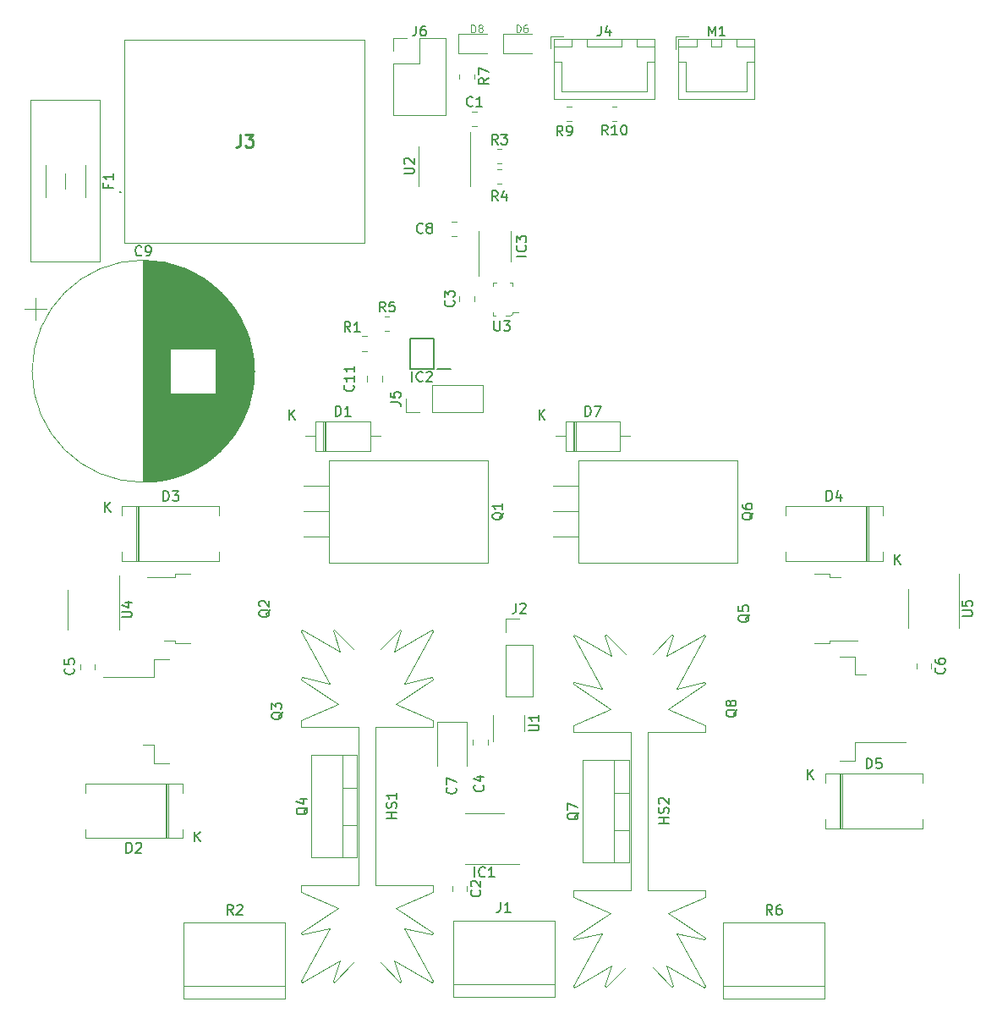
<source format=gbr>
%TF.GenerationSoftware,KiCad,Pcbnew,(6.0.6-1)-1*%
%TF.CreationDate,2022-07-21T21:53:33-04:00*%
%TF.ProjectId,iGEM,6947454d-2e6b-4696-9361-645f70636258,rev?*%
%TF.SameCoordinates,Original*%
%TF.FileFunction,Legend,Top*%
%TF.FilePolarity,Positive*%
%FSLAX46Y46*%
G04 Gerber Fmt 4.6, Leading zero omitted, Abs format (unit mm)*
G04 Created by KiCad (PCBNEW (6.0.6-1)-1) date 2022-07-21 21:53:33*
%MOMM*%
%LPD*%
G01*
G04 APERTURE LIST*
%ADD10C,0.150000*%
%ADD11C,0.254000*%
%ADD12C,0.200000*%
%ADD13C,0.100000*%
%ADD14C,0.120000*%
G04 APERTURE END LIST*
D10*
%TO.C,D2*%
X74161904Y-130172380D02*
X74161904Y-129172380D01*
X74400000Y-129172380D01*
X74542857Y-129220000D01*
X74638095Y-129315238D01*
X74685714Y-129410476D01*
X74733333Y-129600952D01*
X74733333Y-129743809D01*
X74685714Y-129934285D01*
X74638095Y-130029523D01*
X74542857Y-130124761D01*
X74400000Y-130172380D01*
X74161904Y-130172380D01*
X75114285Y-129267619D02*
X75161904Y-129220000D01*
X75257142Y-129172380D01*
X75495238Y-129172380D01*
X75590476Y-129220000D01*
X75638095Y-129267619D01*
X75685714Y-129362857D01*
X75685714Y-129458095D01*
X75638095Y-129600952D01*
X75066666Y-130172380D01*
X75685714Y-130172380D01*
X80988095Y-129052380D02*
X80988095Y-128052380D01*
X81559523Y-129052380D02*
X81130952Y-128480952D01*
X81559523Y-128052380D02*
X80988095Y-128623809D01*
D11*
%TO.C,J3*%
X85576666Y-58304523D02*
X85576666Y-59211666D01*
X85516190Y-59393095D01*
X85395238Y-59514047D01*
X85213809Y-59574523D01*
X85092857Y-59574523D01*
X86060476Y-58304523D02*
X86846666Y-58304523D01*
X86423333Y-58788333D01*
X86604761Y-58788333D01*
X86725714Y-58848809D01*
X86786190Y-58909285D01*
X86846666Y-59030238D01*
X86846666Y-59332619D01*
X86786190Y-59453571D01*
X86725714Y-59514047D01*
X86604761Y-59574523D01*
X86241904Y-59574523D01*
X86120952Y-59514047D01*
X86060476Y-59453571D01*
D10*
%TO.C,Q1*%
X111897619Y-96135238D02*
X111850000Y-96230476D01*
X111754761Y-96325714D01*
X111611904Y-96468571D01*
X111564285Y-96563809D01*
X111564285Y-96659047D01*
X111802380Y-96611428D02*
X111754761Y-96706666D01*
X111659523Y-96801904D01*
X111469047Y-96849523D01*
X111135714Y-96849523D01*
X110945238Y-96801904D01*
X110850000Y-96706666D01*
X110802380Y-96611428D01*
X110802380Y-96420952D01*
X110850000Y-96325714D01*
X110945238Y-96230476D01*
X111135714Y-96182857D01*
X111469047Y-96182857D01*
X111659523Y-96230476D01*
X111754761Y-96325714D01*
X111802380Y-96420952D01*
X111802380Y-96611428D01*
X111802380Y-95230476D02*
X111802380Y-95801904D01*
X111802380Y-95516190D02*
X110802380Y-95516190D01*
X110945238Y-95611428D01*
X111040476Y-95706666D01*
X111088095Y-95801904D01*
%TO.C,C4*%
X109857142Y-123416666D02*
X109904761Y-123464285D01*
X109952380Y-123607142D01*
X109952380Y-123702380D01*
X109904761Y-123845238D01*
X109809523Y-123940476D01*
X109714285Y-123988095D01*
X109523809Y-124035714D01*
X109380952Y-124035714D01*
X109190476Y-123988095D01*
X109095238Y-123940476D01*
X109000000Y-123845238D01*
X108952380Y-123702380D01*
X108952380Y-123607142D01*
X109000000Y-123464285D01*
X109047619Y-123416666D01*
X109285714Y-122559523D02*
X109952380Y-122559523D01*
X108904761Y-122797619D02*
X109619047Y-123035714D01*
X109619047Y-122416666D01*
%TO.C,C11*%
X96857142Y-83392857D02*
X96904761Y-83440476D01*
X96952380Y-83583333D01*
X96952380Y-83678571D01*
X96904761Y-83821428D01*
X96809523Y-83916666D01*
X96714285Y-83964285D01*
X96523809Y-84011904D01*
X96380952Y-84011904D01*
X96190476Y-83964285D01*
X96095238Y-83916666D01*
X96000000Y-83821428D01*
X95952380Y-83678571D01*
X95952380Y-83583333D01*
X96000000Y-83440476D01*
X96047619Y-83392857D01*
X96952380Y-82440476D02*
X96952380Y-83011904D01*
X96952380Y-82726190D02*
X95952380Y-82726190D01*
X96095238Y-82821428D01*
X96190476Y-82916666D01*
X96238095Y-83011904D01*
X96952380Y-81488095D02*
X96952380Y-82059523D01*
X96952380Y-81773809D02*
X95952380Y-81773809D01*
X96095238Y-81869047D01*
X96190476Y-81964285D01*
X96238095Y-82059523D01*
%TO.C,D3*%
X77861904Y-94982380D02*
X77861904Y-93982380D01*
X78100000Y-93982380D01*
X78242857Y-94030000D01*
X78338095Y-94125238D01*
X78385714Y-94220476D01*
X78433333Y-94410952D01*
X78433333Y-94553809D01*
X78385714Y-94744285D01*
X78338095Y-94839523D01*
X78242857Y-94934761D01*
X78100000Y-94982380D01*
X77861904Y-94982380D01*
X78766666Y-93982380D02*
X79385714Y-93982380D01*
X79052380Y-94363333D01*
X79195238Y-94363333D01*
X79290476Y-94410952D01*
X79338095Y-94458571D01*
X79385714Y-94553809D01*
X79385714Y-94791904D01*
X79338095Y-94887142D01*
X79290476Y-94934761D01*
X79195238Y-94982380D01*
X78909523Y-94982380D01*
X78814285Y-94934761D01*
X78766666Y-94887142D01*
X71988095Y-96102380D02*
X71988095Y-95102380D01*
X72559523Y-96102380D02*
X72130952Y-95530952D01*
X72559523Y-95102380D02*
X71988095Y-95673809D01*
%TO.C,Q2*%
X88547619Y-105845238D02*
X88500000Y-105940476D01*
X88404761Y-106035714D01*
X88261904Y-106178571D01*
X88214285Y-106273809D01*
X88214285Y-106369047D01*
X88452380Y-106321428D02*
X88404761Y-106416666D01*
X88309523Y-106511904D01*
X88119047Y-106559523D01*
X87785714Y-106559523D01*
X87595238Y-106511904D01*
X87500000Y-106416666D01*
X87452380Y-106321428D01*
X87452380Y-106130952D01*
X87500000Y-106035714D01*
X87595238Y-105940476D01*
X87785714Y-105892857D01*
X88119047Y-105892857D01*
X88309523Y-105940476D01*
X88404761Y-106035714D01*
X88452380Y-106130952D01*
X88452380Y-106321428D01*
X87547619Y-105511904D02*
X87500000Y-105464285D01*
X87452380Y-105369047D01*
X87452380Y-105130952D01*
X87500000Y-105035714D01*
X87547619Y-104988095D01*
X87642857Y-104940476D01*
X87738095Y-104940476D01*
X87880952Y-104988095D01*
X88452380Y-105559523D01*
X88452380Y-104940476D01*
%TO.C,D4*%
X144261904Y-94952380D02*
X144261904Y-93952380D01*
X144500000Y-93952380D01*
X144642857Y-94000000D01*
X144738095Y-94095238D01*
X144785714Y-94190476D01*
X144833333Y-94380952D01*
X144833333Y-94523809D01*
X144785714Y-94714285D01*
X144738095Y-94809523D01*
X144642857Y-94904761D01*
X144500000Y-94952380D01*
X144261904Y-94952380D01*
X145690476Y-94285714D02*
X145690476Y-94952380D01*
X145452380Y-93904761D02*
X145214285Y-94619047D01*
X145833333Y-94619047D01*
X151088095Y-101302380D02*
X151088095Y-100302380D01*
X151659523Y-101302380D02*
X151230952Y-100730952D01*
X151659523Y-100302380D02*
X151088095Y-100873809D01*
%TO.C,U4*%
X73717380Y-106626904D02*
X74526904Y-106626904D01*
X74622142Y-106579285D01*
X74669761Y-106531666D01*
X74717380Y-106436428D01*
X74717380Y-106245952D01*
X74669761Y-106150714D01*
X74622142Y-106103095D01*
X74526904Y-106055476D01*
X73717380Y-106055476D01*
X74050714Y-105150714D02*
X74717380Y-105150714D01*
X73669761Y-105388809D02*
X74384047Y-105626904D01*
X74384047Y-105007857D01*
%TO.C,U3*%
X110988095Y-76952380D02*
X110988095Y-77761904D01*
X111035714Y-77857142D01*
X111083333Y-77904761D01*
X111178571Y-77952380D01*
X111369047Y-77952380D01*
X111464285Y-77904761D01*
X111511904Y-77857142D01*
X111559523Y-77761904D01*
X111559523Y-76952380D01*
X111940476Y-76952380D02*
X112559523Y-76952380D01*
X112226190Y-77333333D01*
X112369047Y-77333333D01*
X112464285Y-77380952D01*
X112511904Y-77428571D01*
X112559523Y-77523809D01*
X112559523Y-77761904D01*
X112511904Y-77857142D01*
X112464285Y-77904761D01*
X112369047Y-77952380D01*
X112083333Y-77952380D01*
X111988095Y-77904761D01*
X111940476Y-77857142D01*
%TO.C,IC1*%
X109023809Y-132602380D02*
X109023809Y-131602380D01*
X110071428Y-132507142D02*
X110023809Y-132554761D01*
X109880952Y-132602380D01*
X109785714Y-132602380D01*
X109642857Y-132554761D01*
X109547619Y-132459523D01*
X109500000Y-132364285D01*
X109452380Y-132173809D01*
X109452380Y-132030952D01*
X109500000Y-131840476D01*
X109547619Y-131745238D01*
X109642857Y-131650000D01*
X109785714Y-131602380D01*
X109880952Y-131602380D01*
X110023809Y-131650000D01*
X110071428Y-131697619D01*
X111023809Y-132602380D02*
X110452380Y-132602380D01*
X110738095Y-132602380D02*
X110738095Y-131602380D01*
X110642857Y-131745238D01*
X110547619Y-131840476D01*
X110452380Y-131888095D01*
D12*
%TO.C,IC2*%
X102773809Y-83052380D02*
X102773809Y-82052380D01*
X103821428Y-82957142D02*
X103773809Y-83004761D01*
X103630952Y-83052380D01*
X103535714Y-83052380D01*
X103392857Y-83004761D01*
X103297619Y-82909523D01*
X103250000Y-82814285D01*
X103202380Y-82623809D01*
X103202380Y-82480952D01*
X103250000Y-82290476D01*
X103297619Y-82195238D01*
X103392857Y-82100000D01*
X103535714Y-82052380D01*
X103630952Y-82052380D01*
X103773809Y-82100000D01*
X103821428Y-82147619D01*
X104202380Y-82147619D02*
X104250000Y-82100000D01*
X104345238Y-82052380D01*
X104583333Y-82052380D01*
X104678571Y-82100000D01*
X104726190Y-82147619D01*
X104773809Y-82242857D01*
X104773809Y-82338095D01*
X104726190Y-82480952D01*
X104154761Y-83052380D01*
X104773809Y-83052380D01*
D10*
%TO.C,J2*%
X113166666Y-105222380D02*
X113166666Y-105936666D01*
X113119047Y-106079523D01*
X113023809Y-106174761D01*
X112880952Y-106222380D01*
X112785714Y-106222380D01*
X113595238Y-105317619D02*
X113642857Y-105270000D01*
X113738095Y-105222380D01*
X113976190Y-105222380D01*
X114071428Y-105270000D01*
X114119047Y-105317619D01*
X114166666Y-105412857D01*
X114166666Y-105508095D01*
X114119047Y-105650952D01*
X113547619Y-106222380D01*
X114166666Y-106222380D01*
%TO.C,D7*%
X120091904Y-86482380D02*
X120091904Y-85482380D01*
X120330000Y-85482380D01*
X120472857Y-85530000D01*
X120568095Y-85625238D01*
X120615714Y-85720476D01*
X120663333Y-85910952D01*
X120663333Y-86053809D01*
X120615714Y-86244285D01*
X120568095Y-86339523D01*
X120472857Y-86434761D01*
X120330000Y-86482380D01*
X120091904Y-86482380D01*
X120996666Y-85482380D02*
X121663333Y-85482380D01*
X121234761Y-86482380D01*
X115488095Y-86852380D02*
X115488095Y-85852380D01*
X116059523Y-86852380D02*
X115630952Y-86280952D01*
X116059523Y-85852380D02*
X115488095Y-86423809D01*
%TO.C,C2*%
X109537142Y-133916666D02*
X109584761Y-133964285D01*
X109632380Y-134107142D01*
X109632380Y-134202380D01*
X109584761Y-134345238D01*
X109489523Y-134440476D01*
X109394285Y-134488095D01*
X109203809Y-134535714D01*
X109060952Y-134535714D01*
X108870476Y-134488095D01*
X108775238Y-134440476D01*
X108680000Y-134345238D01*
X108632380Y-134202380D01*
X108632380Y-134107142D01*
X108680000Y-133964285D01*
X108727619Y-133916666D01*
X108727619Y-133535714D02*
X108680000Y-133488095D01*
X108632380Y-133392857D01*
X108632380Y-133154761D01*
X108680000Y-133059523D01*
X108727619Y-133011904D01*
X108822857Y-132964285D01*
X108918095Y-132964285D01*
X109060952Y-133011904D01*
X109632380Y-133583333D01*
X109632380Y-132964285D01*
%TO.C,U2*%
X101952380Y-62261904D02*
X102761904Y-62261904D01*
X102857142Y-62214285D01*
X102904761Y-62166666D01*
X102952380Y-62071428D01*
X102952380Y-61880952D01*
X102904761Y-61785714D01*
X102857142Y-61738095D01*
X102761904Y-61690476D01*
X101952380Y-61690476D01*
X102047619Y-61261904D02*
X102000000Y-61214285D01*
X101952380Y-61119047D01*
X101952380Y-60880952D01*
X102000000Y-60785714D01*
X102047619Y-60738095D01*
X102142857Y-60690476D01*
X102238095Y-60690476D01*
X102380952Y-60738095D01*
X102952380Y-61309523D01*
X102952380Y-60690476D01*
D13*
%TO.C,D6*%
X113196428Y-48089285D02*
X113196428Y-47339285D01*
X113375000Y-47339285D01*
X113482142Y-47375000D01*
X113553571Y-47446428D01*
X113589285Y-47517857D01*
X113625000Y-47660714D01*
X113625000Y-47767857D01*
X113589285Y-47910714D01*
X113553571Y-47982142D01*
X113482142Y-48053571D01*
X113375000Y-48089285D01*
X113196428Y-48089285D01*
X114267857Y-47339285D02*
X114125000Y-47339285D01*
X114053571Y-47375000D01*
X114017857Y-47410714D01*
X113946428Y-47517857D01*
X113910714Y-47660714D01*
X113910714Y-47946428D01*
X113946428Y-48017857D01*
X113982142Y-48053571D01*
X114053571Y-48089285D01*
X114196428Y-48089285D01*
X114267857Y-48053571D01*
X114303571Y-48017857D01*
X114339285Y-47946428D01*
X114339285Y-47767857D01*
X114303571Y-47696428D01*
X114267857Y-47660714D01*
X114196428Y-47625000D01*
X114053571Y-47625000D01*
X113982142Y-47660714D01*
X113946428Y-47696428D01*
X113910714Y-47767857D01*
D10*
%TO.C,C8*%
X103833333Y-68107142D02*
X103785714Y-68154761D01*
X103642857Y-68202380D01*
X103547619Y-68202380D01*
X103404761Y-68154761D01*
X103309523Y-68059523D01*
X103261904Y-67964285D01*
X103214285Y-67773809D01*
X103214285Y-67630952D01*
X103261904Y-67440476D01*
X103309523Y-67345238D01*
X103404761Y-67250000D01*
X103547619Y-67202380D01*
X103642857Y-67202380D01*
X103785714Y-67250000D01*
X103833333Y-67297619D01*
X104404761Y-67630952D02*
X104309523Y-67583333D01*
X104261904Y-67535714D01*
X104214285Y-67440476D01*
X104214285Y-67392857D01*
X104261904Y-67297619D01*
X104309523Y-67250000D01*
X104404761Y-67202380D01*
X104595238Y-67202380D01*
X104690476Y-67250000D01*
X104738095Y-67297619D01*
X104785714Y-67392857D01*
X104785714Y-67440476D01*
X104738095Y-67535714D01*
X104690476Y-67583333D01*
X104595238Y-67630952D01*
X104404761Y-67630952D01*
X104309523Y-67678571D01*
X104261904Y-67726190D01*
X104214285Y-67821428D01*
X104214285Y-68011904D01*
X104261904Y-68107142D01*
X104309523Y-68154761D01*
X104404761Y-68202380D01*
X104595238Y-68202380D01*
X104690476Y-68154761D01*
X104738095Y-68107142D01*
X104785714Y-68011904D01*
X104785714Y-67821428D01*
X104738095Y-67726190D01*
X104690476Y-67678571D01*
X104595238Y-67630952D01*
%TO.C,U5*%
X157852380Y-106511904D02*
X158661904Y-106511904D01*
X158757142Y-106464285D01*
X158804761Y-106416666D01*
X158852380Y-106321428D01*
X158852380Y-106130952D01*
X158804761Y-106035714D01*
X158757142Y-105988095D01*
X158661904Y-105940476D01*
X157852380Y-105940476D01*
X157852380Y-104988095D02*
X157852380Y-105464285D01*
X158328571Y-105511904D01*
X158280952Y-105464285D01*
X158233333Y-105369047D01*
X158233333Y-105130952D01*
X158280952Y-105035714D01*
X158328571Y-104988095D01*
X158423809Y-104940476D01*
X158661904Y-104940476D01*
X158757142Y-104988095D01*
X158804761Y-105035714D01*
X158852380Y-105130952D01*
X158852380Y-105369047D01*
X158804761Y-105464285D01*
X158757142Y-105511904D01*
%TO.C,F1*%
X72348571Y-63293333D02*
X72348571Y-63626666D01*
X72872380Y-63626666D02*
X71872380Y-63626666D01*
X71872380Y-63150476D01*
X72872380Y-62245714D02*
X72872380Y-62817142D01*
X72872380Y-62531428D02*
X71872380Y-62531428D01*
X72015238Y-62626666D01*
X72110476Y-62721904D01*
X72158095Y-62817142D01*
%TO.C,Q7*%
X119447619Y-126145238D02*
X119400000Y-126240476D01*
X119304761Y-126335714D01*
X119161904Y-126478571D01*
X119114285Y-126573809D01*
X119114285Y-126669047D01*
X119352380Y-126621428D02*
X119304761Y-126716666D01*
X119209523Y-126811904D01*
X119019047Y-126859523D01*
X118685714Y-126859523D01*
X118495238Y-126811904D01*
X118400000Y-126716666D01*
X118352380Y-126621428D01*
X118352380Y-126430952D01*
X118400000Y-126335714D01*
X118495238Y-126240476D01*
X118685714Y-126192857D01*
X119019047Y-126192857D01*
X119209523Y-126240476D01*
X119304761Y-126335714D01*
X119352380Y-126430952D01*
X119352380Y-126621428D01*
X118352380Y-125859523D02*
X118352380Y-125192857D01*
X119352380Y-125621428D01*
%TO.C,C5*%
X68857142Y-111716666D02*
X68904761Y-111764285D01*
X68952380Y-111907142D01*
X68952380Y-112002380D01*
X68904761Y-112145238D01*
X68809523Y-112240476D01*
X68714285Y-112288095D01*
X68523809Y-112335714D01*
X68380952Y-112335714D01*
X68190476Y-112288095D01*
X68095238Y-112240476D01*
X68000000Y-112145238D01*
X67952380Y-112002380D01*
X67952380Y-111907142D01*
X68000000Y-111764285D01*
X68047619Y-111716666D01*
X67952380Y-110811904D02*
X67952380Y-111288095D01*
X68428571Y-111335714D01*
X68380952Y-111288095D01*
X68333333Y-111192857D01*
X68333333Y-110954761D01*
X68380952Y-110859523D01*
X68428571Y-110811904D01*
X68523809Y-110764285D01*
X68761904Y-110764285D01*
X68857142Y-110811904D01*
X68904761Y-110859523D01*
X68952380Y-110954761D01*
X68952380Y-111192857D01*
X68904761Y-111288095D01*
X68857142Y-111335714D01*
%TO.C,U1*%
X114452380Y-117961904D02*
X115261904Y-117961904D01*
X115357142Y-117914285D01*
X115404761Y-117866666D01*
X115452380Y-117771428D01*
X115452380Y-117580952D01*
X115404761Y-117485714D01*
X115357142Y-117438095D01*
X115261904Y-117390476D01*
X114452380Y-117390476D01*
X115452380Y-116390476D02*
X115452380Y-116961904D01*
X115452380Y-116676190D02*
X114452380Y-116676190D01*
X114595238Y-116771428D01*
X114690476Y-116866666D01*
X114738095Y-116961904D01*
%TO.C,R3*%
X111333333Y-59302380D02*
X111000000Y-58826190D01*
X110761904Y-59302380D02*
X110761904Y-58302380D01*
X111142857Y-58302380D01*
X111238095Y-58350000D01*
X111285714Y-58397619D01*
X111333333Y-58492857D01*
X111333333Y-58635714D01*
X111285714Y-58730952D01*
X111238095Y-58778571D01*
X111142857Y-58826190D01*
X110761904Y-58826190D01*
X111666666Y-58302380D02*
X112285714Y-58302380D01*
X111952380Y-58683333D01*
X112095238Y-58683333D01*
X112190476Y-58730952D01*
X112238095Y-58778571D01*
X112285714Y-58873809D01*
X112285714Y-59111904D01*
X112238095Y-59207142D01*
X112190476Y-59254761D01*
X112095238Y-59302380D01*
X111809523Y-59302380D01*
X111714285Y-59254761D01*
X111666666Y-59207142D01*
%TO.C,R9*%
X117833333Y-58452380D02*
X117500000Y-57976190D01*
X117261904Y-58452380D02*
X117261904Y-57452380D01*
X117642857Y-57452380D01*
X117738095Y-57500000D01*
X117785714Y-57547619D01*
X117833333Y-57642857D01*
X117833333Y-57785714D01*
X117785714Y-57880952D01*
X117738095Y-57928571D01*
X117642857Y-57976190D01*
X117261904Y-57976190D01*
X118309523Y-58452380D02*
X118500000Y-58452380D01*
X118595238Y-58404761D01*
X118642857Y-58357142D01*
X118738095Y-58214285D01*
X118785714Y-58023809D01*
X118785714Y-57642857D01*
X118738095Y-57547619D01*
X118690476Y-57500000D01*
X118595238Y-57452380D01*
X118404761Y-57452380D01*
X118309523Y-57500000D01*
X118261904Y-57547619D01*
X118214285Y-57642857D01*
X118214285Y-57880952D01*
X118261904Y-57976190D01*
X118309523Y-58023809D01*
X118404761Y-58071428D01*
X118595238Y-58071428D01*
X118690476Y-58023809D01*
X118738095Y-57976190D01*
X118785714Y-57880952D01*
%TO.C,C3*%
X106927142Y-74916666D02*
X106974761Y-74964285D01*
X107022380Y-75107142D01*
X107022380Y-75202380D01*
X106974761Y-75345238D01*
X106879523Y-75440476D01*
X106784285Y-75488095D01*
X106593809Y-75535714D01*
X106450952Y-75535714D01*
X106260476Y-75488095D01*
X106165238Y-75440476D01*
X106070000Y-75345238D01*
X106022380Y-75202380D01*
X106022380Y-75107142D01*
X106070000Y-74964285D01*
X106117619Y-74916666D01*
X106022380Y-74583333D02*
X106022380Y-73964285D01*
X106403333Y-74297619D01*
X106403333Y-74154761D01*
X106450952Y-74059523D01*
X106498571Y-74011904D01*
X106593809Y-73964285D01*
X106831904Y-73964285D01*
X106927142Y-74011904D01*
X106974761Y-74059523D01*
X107022380Y-74154761D01*
X107022380Y-74440476D01*
X106974761Y-74535714D01*
X106927142Y-74583333D01*
%TO.C,R4*%
X111333333Y-64952380D02*
X111000000Y-64476190D01*
X110761904Y-64952380D02*
X110761904Y-63952380D01*
X111142857Y-63952380D01*
X111238095Y-64000000D01*
X111285714Y-64047619D01*
X111333333Y-64142857D01*
X111333333Y-64285714D01*
X111285714Y-64380952D01*
X111238095Y-64428571D01*
X111142857Y-64476190D01*
X110761904Y-64476190D01*
X112190476Y-64285714D02*
X112190476Y-64952380D01*
X111952380Y-63904761D02*
X111714285Y-64619047D01*
X112333333Y-64619047D01*
%TO.C,R1*%
X96583333Y-78052380D02*
X96250000Y-77576190D01*
X96011904Y-78052380D02*
X96011904Y-77052380D01*
X96392857Y-77052380D01*
X96488095Y-77100000D01*
X96535714Y-77147619D01*
X96583333Y-77242857D01*
X96583333Y-77385714D01*
X96535714Y-77480952D01*
X96488095Y-77528571D01*
X96392857Y-77576190D01*
X96011904Y-77576190D01*
X97535714Y-78052380D02*
X96964285Y-78052380D01*
X97250000Y-78052380D02*
X97250000Y-77052380D01*
X97154761Y-77195238D01*
X97059523Y-77290476D01*
X96964285Y-77338095D01*
%TO.C,Q5*%
X136547619Y-106345238D02*
X136500000Y-106440476D01*
X136404761Y-106535714D01*
X136261904Y-106678571D01*
X136214285Y-106773809D01*
X136214285Y-106869047D01*
X136452380Y-106821428D02*
X136404761Y-106916666D01*
X136309523Y-107011904D01*
X136119047Y-107059523D01*
X135785714Y-107059523D01*
X135595238Y-107011904D01*
X135500000Y-106916666D01*
X135452380Y-106821428D01*
X135452380Y-106630952D01*
X135500000Y-106535714D01*
X135595238Y-106440476D01*
X135785714Y-106392857D01*
X136119047Y-106392857D01*
X136309523Y-106440476D01*
X136404761Y-106535714D01*
X136452380Y-106630952D01*
X136452380Y-106821428D01*
X135452380Y-105488095D02*
X135452380Y-105964285D01*
X135928571Y-106011904D01*
X135880952Y-105964285D01*
X135833333Y-105869047D01*
X135833333Y-105630952D01*
X135880952Y-105535714D01*
X135928571Y-105488095D01*
X136023809Y-105440476D01*
X136261904Y-105440476D01*
X136357142Y-105488095D01*
X136404761Y-105535714D01*
X136452380Y-105630952D01*
X136452380Y-105869047D01*
X136404761Y-105964285D01*
X136357142Y-106011904D01*
%TO.C,R10*%
X122357142Y-58352380D02*
X122023809Y-57876190D01*
X121785714Y-58352380D02*
X121785714Y-57352380D01*
X122166666Y-57352380D01*
X122261904Y-57400000D01*
X122309523Y-57447619D01*
X122357142Y-57542857D01*
X122357142Y-57685714D01*
X122309523Y-57780952D01*
X122261904Y-57828571D01*
X122166666Y-57876190D01*
X121785714Y-57876190D01*
X123309523Y-58352380D02*
X122738095Y-58352380D01*
X123023809Y-58352380D02*
X123023809Y-57352380D01*
X122928571Y-57495238D01*
X122833333Y-57590476D01*
X122738095Y-57638095D01*
X123928571Y-57352380D02*
X124023809Y-57352380D01*
X124119047Y-57400000D01*
X124166666Y-57447619D01*
X124214285Y-57542857D01*
X124261904Y-57733333D01*
X124261904Y-57971428D01*
X124214285Y-58161904D01*
X124166666Y-58257142D01*
X124119047Y-58304761D01*
X124023809Y-58352380D01*
X123928571Y-58352380D01*
X123833333Y-58304761D01*
X123785714Y-58257142D01*
X123738095Y-58161904D01*
X123690476Y-57971428D01*
X123690476Y-57733333D01*
X123738095Y-57542857D01*
X123785714Y-57447619D01*
X123833333Y-57400000D01*
X123928571Y-57352380D01*
%TO.C,J1*%
X111626666Y-135122380D02*
X111626666Y-135836666D01*
X111579047Y-135979523D01*
X111483809Y-136074761D01*
X111340952Y-136122380D01*
X111245714Y-136122380D01*
X112626666Y-136122380D02*
X112055238Y-136122380D01*
X112340952Y-136122380D02*
X112340952Y-135122380D01*
X112245714Y-135265238D01*
X112150476Y-135360476D01*
X112055238Y-135408095D01*
%TO.C,J4*%
X121666666Y-47452380D02*
X121666666Y-48166666D01*
X121619047Y-48309523D01*
X121523809Y-48404761D01*
X121380952Y-48452380D01*
X121285714Y-48452380D01*
X122571428Y-47785714D02*
X122571428Y-48452380D01*
X122333333Y-47404761D02*
X122095238Y-48119047D01*
X122714285Y-48119047D01*
%TO.C,Q4*%
X92297619Y-125635238D02*
X92250000Y-125730476D01*
X92154761Y-125825714D01*
X92011904Y-125968571D01*
X91964285Y-126063809D01*
X91964285Y-126159047D01*
X92202380Y-126111428D02*
X92154761Y-126206666D01*
X92059523Y-126301904D01*
X91869047Y-126349523D01*
X91535714Y-126349523D01*
X91345238Y-126301904D01*
X91250000Y-126206666D01*
X91202380Y-126111428D01*
X91202380Y-125920952D01*
X91250000Y-125825714D01*
X91345238Y-125730476D01*
X91535714Y-125682857D01*
X91869047Y-125682857D01*
X92059523Y-125730476D01*
X92154761Y-125825714D01*
X92202380Y-125920952D01*
X92202380Y-126111428D01*
X91535714Y-124825714D02*
X92202380Y-124825714D01*
X91154761Y-125063809D02*
X91869047Y-125301904D01*
X91869047Y-124682857D01*
%TO.C,Q8*%
X135297619Y-115845238D02*
X135250000Y-115940476D01*
X135154761Y-116035714D01*
X135011904Y-116178571D01*
X134964285Y-116273809D01*
X134964285Y-116369047D01*
X135202380Y-116321428D02*
X135154761Y-116416666D01*
X135059523Y-116511904D01*
X134869047Y-116559523D01*
X134535714Y-116559523D01*
X134345238Y-116511904D01*
X134250000Y-116416666D01*
X134202380Y-116321428D01*
X134202380Y-116130952D01*
X134250000Y-116035714D01*
X134345238Y-115940476D01*
X134535714Y-115892857D01*
X134869047Y-115892857D01*
X135059523Y-115940476D01*
X135154761Y-116035714D01*
X135202380Y-116130952D01*
X135202380Y-116321428D01*
X134630952Y-115321428D02*
X134583333Y-115416666D01*
X134535714Y-115464285D01*
X134440476Y-115511904D01*
X134392857Y-115511904D01*
X134297619Y-115464285D01*
X134250000Y-115416666D01*
X134202380Y-115321428D01*
X134202380Y-115130952D01*
X134250000Y-115035714D01*
X134297619Y-114988095D01*
X134392857Y-114940476D01*
X134440476Y-114940476D01*
X134535714Y-114988095D01*
X134583333Y-115035714D01*
X134630952Y-115130952D01*
X134630952Y-115321428D01*
X134678571Y-115416666D01*
X134726190Y-115464285D01*
X134821428Y-115511904D01*
X135011904Y-115511904D01*
X135107142Y-115464285D01*
X135154761Y-115416666D01*
X135202380Y-115321428D01*
X135202380Y-115130952D01*
X135154761Y-115035714D01*
X135107142Y-114988095D01*
X135011904Y-114940476D01*
X134821428Y-114940476D01*
X134726190Y-114988095D01*
X134678571Y-115035714D01*
X134630952Y-115130952D01*
%TO.C,C7*%
X107107142Y-123666666D02*
X107154761Y-123714285D01*
X107202380Y-123857142D01*
X107202380Y-123952380D01*
X107154761Y-124095238D01*
X107059523Y-124190476D01*
X106964285Y-124238095D01*
X106773809Y-124285714D01*
X106630952Y-124285714D01*
X106440476Y-124238095D01*
X106345238Y-124190476D01*
X106250000Y-124095238D01*
X106202380Y-123952380D01*
X106202380Y-123857142D01*
X106250000Y-123714285D01*
X106297619Y-123666666D01*
X106202380Y-123333333D02*
X106202380Y-122666666D01*
X107202380Y-123095238D01*
%TO.C,M1*%
X132440476Y-48452380D02*
X132440476Y-47452380D01*
X132773809Y-48166666D01*
X133107142Y-47452380D01*
X133107142Y-48452380D01*
X134107142Y-48452380D02*
X133535714Y-48452380D01*
X133821428Y-48452380D02*
X133821428Y-47452380D01*
X133726190Y-47595238D01*
X133630952Y-47690476D01*
X133535714Y-47738095D01*
%TO.C,J5*%
X100597380Y-85083333D02*
X101311666Y-85083333D01*
X101454523Y-85130952D01*
X101549761Y-85226190D01*
X101597380Y-85369047D01*
X101597380Y-85464285D01*
X100597380Y-84130952D02*
X100597380Y-84607142D01*
X101073571Y-84654761D01*
X101025952Y-84607142D01*
X100978333Y-84511904D01*
X100978333Y-84273809D01*
X101025952Y-84178571D01*
X101073571Y-84130952D01*
X101168809Y-84083333D01*
X101406904Y-84083333D01*
X101502142Y-84130952D01*
X101549761Y-84178571D01*
X101597380Y-84273809D01*
X101597380Y-84511904D01*
X101549761Y-84607142D01*
X101502142Y-84654761D01*
%TO.C,D5*%
X148261904Y-121732380D02*
X148261904Y-120732380D01*
X148500000Y-120732380D01*
X148642857Y-120780000D01*
X148738095Y-120875238D01*
X148785714Y-120970476D01*
X148833333Y-121160952D01*
X148833333Y-121303809D01*
X148785714Y-121494285D01*
X148738095Y-121589523D01*
X148642857Y-121684761D01*
X148500000Y-121732380D01*
X148261904Y-121732380D01*
X149738095Y-120732380D02*
X149261904Y-120732380D01*
X149214285Y-121208571D01*
X149261904Y-121160952D01*
X149357142Y-121113333D01*
X149595238Y-121113333D01*
X149690476Y-121160952D01*
X149738095Y-121208571D01*
X149785714Y-121303809D01*
X149785714Y-121541904D01*
X149738095Y-121637142D01*
X149690476Y-121684761D01*
X149595238Y-121732380D01*
X149357142Y-121732380D01*
X149261904Y-121684761D01*
X149214285Y-121637142D01*
X142388095Y-122852380D02*
X142388095Y-121852380D01*
X142959523Y-122852380D02*
X142530952Y-122280952D01*
X142959523Y-121852380D02*
X142388095Y-122423809D01*
%TO.C,Q6*%
X136897619Y-96135238D02*
X136850000Y-96230476D01*
X136754761Y-96325714D01*
X136611904Y-96468571D01*
X136564285Y-96563809D01*
X136564285Y-96659047D01*
X136802380Y-96611428D02*
X136754761Y-96706666D01*
X136659523Y-96801904D01*
X136469047Y-96849523D01*
X136135714Y-96849523D01*
X135945238Y-96801904D01*
X135850000Y-96706666D01*
X135802380Y-96611428D01*
X135802380Y-96420952D01*
X135850000Y-96325714D01*
X135945238Y-96230476D01*
X136135714Y-96182857D01*
X136469047Y-96182857D01*
X136659523Y-96230476D01*
X136754761Y-96325714D01*
X136802380Y-96420952D01*
X136802380Y-96611428D01*
X135802380Y-95325714D02*
X135802380Y-95516190D01*
X135850000Y-95611428D01*
X135897619Y-95659047D01*
X136040476Y-95754285D01*
X136230952Y-95801904D01*
X136611904Y-95801904D01*
X136707142Y-95754285D01*
X136754761Y-95706666D01*
X136802380Y-95611428D01*
X136802380Y-95420952D01*
X136754761Y-95325714D01*
X136707142Y-95278095D01*
X136611904Y-95230476D01*
X136373809Y-95230476D01*
X136278571Y-95278095D01*
X136230952Y-95325714D01*
X136183333Y-95420952D01*
X136183333Y-95611428D01*
X136230952Y-95706666D01*
X136278571Y-95754285D01*
X136373809Y-95801904D01*
%TO.C,R7*%
X110452380Y-52666666D02*
X109976190Y-53000000D01*
X110452380Y-53238095D02*
X109452380Y-53238095D01*
X109452380Y-52857142D01*
X109500000Y-52761904D01*
X109547619Y-52714285D01*
X109642857Y-52666666D01*
X109785714Y-52666666D01*
X109880952Y-52714285D01*
X109928571Y-52761904D01*
X109976190Y-52857142D01*
X109976190Y-53238095D01*
X109452380Y-52333333D02*
X109452380Y-51666666D01*
X110452380Y-52095238D01*
%TO.C,HS2*%
X128452380Y-127213095D02*
X127452380Y-127213095D01*
X127928571Y-127213095D02*
X127928571Y-126641666D01*
X128452380Y-126641666D02*
X127452380Y-126641666D01*
X128404761Y-126213095D02*
X128452380Y-126070238D01*
X128452380Y-125832142D01*
X128404761Y-125736904D01*
X128357142Y-125689285D01*
X128261904Y-125641666D01*
X128166666Y-125641666D01*
X128071428Y-125689285D01*
X128023809Y-125736904D01*
X127976190Y-125832142D01*
X127928571Y-126022619D01*
X127880952Y-126117857D01*
X127833333Y-126165476D01*
X127738095Y-126213095D01*
X127642857Y-126213095D01*
X127547619Y-126165476D01*
X127500000Y-126117857D01*
X127452380Y-126022619D01*
X127452380Y-125784523D01*
X127500000Y-125641666D01*
X127547619Y-125260714D02*
X127500000Y-125213095D01*
X127452380Y-125117857D01*
X127452380Y-124879761D01*
X127500000Y-124784523D01*
X127547619Y-124736904D01*
X127642857Y-124689285D01*
X127738095Y-124689285D01*
X127880952Y-124736904D01*
X128452380Y-125308333D01*
X128452380Y-124689285D01*
%TO.C,D1*%
X95091904Y-86482380D02*
X95091904Y-85482380D01*
X95330000Y-85482380D01*
X95472857Y-85530000D01*
X95568095Y-85625238D01*
X95615714Y-85720476D01*
X95663333Y-85910952D01*
X95663333Y-86053809D01*
X95615714Y-86244285D01*
X95568095Y-86339523D01*
X95472857Y-86434761D01*
X95330000Y-86482380D01*
X95091904Y-86482380D01*
X96615714Y-86482380D02*
X96044285Y-86482380D01*
X96330000Y-86482380D02*
X96330000Y-85482380D01*
X96234761Y-85625238D01*
X96139523Y-85720476D01*
X96044285Y-85768095D01*
X90488095Y-86852380D02*
X90488095Y-85852380D01*
X91059523Y-86852380D02*
X90630952Y-86280952D01*
X91059523Y-85852380D02*
X90488095Y-86423809D01*
%TO.C,C1*%
X108833333Y-55427142D02*
X108785714Y-55474761D01*
X108642857Y-55522380D01*
X108547619Y-55522380D01*
X108404761Y-55474761D01*
X108309523Y-55379523D01*
X108261904Y-55284285D01*
X108214285Y-55093809D01*
X108214285Y-54950952D01*
X108261904Y-54760476D01*
X108309523Y-54665238D01*
X108404761Y-54570000D01*
X108547619Y-54522380D01*
X108642857Y-54522380D01*
X108785714Y-54570000D01*
X108833333Y-54617619D01*
X109785714Y-55522380D02*
X109214285Y-55522380D01*
X109500000Y-55522380D02*
X109500000Y-54522380D01*
X109404761Y-54665238D01*
X109309523Y-54760476D01*
X109214285Y-54808095D01*
%TO.C,R5*%
X100083333Y-76052380D02*
X99750000Y-75576190D01*
X99511904Y-76052380D02*
X99511904Y-75052380D01*
X99892857Y-75052380D01*
X99988095Y-75100000D01*
X100035714Y-75147619D01*
X100083333Y-75242857D01*
X100083333Y-75385714D01*
X100035714Y-75480952D01*
X99988095Y-75528571D01*
X99892857Y-75576190D01*
X99511904Y-75576190D01*
X100988095Y-75052380D02*
X100511904Y-75052380D01*
X100464285Y-75528571D01*
X100511904Y-75480952D01*
X100607142Y-75433333D01*
X100845238Y-75433333D01*
X100940476Y-75480952D01*
X100988095Y-75528571D01*
X101035714Y-75623809D01*
X101035714Y-75861904D01*
X100988095Y-75957142D01*
X100940476Y-76004761D01*
X100845238Y-76052380D01*
X100607142Y-76052380D01*
X100511904Y-76004761D01*
X100464285Y-75957142D01*
%TO.C,Q3*%
X89797619Y-116095238D02*
X89750000Y-116190476D01*
X89654761Y-116285714D01*
X89511904Y-116428571D01*
X89464285Y-116523809D01*
X89464285Y-116619047D01*
X89702380Y-116571428D02*
X89654761Y-116666666D01*
X89559523Y-116761904D01*
X89369047Y-116809523D01*
X89035714Y-116809523D01*
X88845238Y-116761904D01*
X88750000Y-116666666D01*
X88702380Y-116571428D01*
X88702380Y-116380952D01*
X88750000Y-116285714D01*
X88845238Y-116190476D01*
X89035714Y-116142857D01*
X89369047Y-116142857D01*
X89559523Y-116190476D01*
X89654761Y-116285714D01*
X89702380Y-116380952D01*
X89702380Y-116571428D01*
X88702380Y-115809523D02*
X88702380Y-115190476D01*
X89083333Y-115523809D01*
X89083333Y-115380952D01*
X89130952Y-115285714D01*
X89178571Y-115238095D01*
X89273809Y-115190476D01*
X89511904Y-115190476D01*
X89607142Y-115238095D01*
X89654761Y-115285714D01*
X89702380Y-115380952D01*
X89702380Y-115666666D01*
X89654761Y-115761904D01*
X89607142Y-115809523D01*
%TO.C,IC3*%
X114202380Y-70476190D02*
X113202380Y-70476190D01*
X114107142Y-69428571D02*
X114154761Y-69476190D01*
X114202380Y-69619047D01*
X114202380Y-69714285D01*
X114154761Y-69857142D01*
X114059523Y-69952380D01*
X113964285Y-70000000D01*
X113773809Y-70047619D01*
X113630952Y-70047619D01*
X113440476Y-70000000D01*
X113345238Y-69952380D01*
X113250000Y-69857142D01*
X113202380Y-69714285D01*
X113202380Y-69619047D01*
X113250000Y-69476190D01*
X113297619Y-69428571D01*
X113202380Y-69095238D02*
X113202380Y-68476190D01*
X113583333Y-68809523D01*
X113583333Y-68666666D01*
X113630952Y-68571428D01*
X113678571Y-68523809D01*
X113773809Y-68476190D01*
X114011904Y-68476190D01*
X114107142Y-68523809D01*
X114154761Y-68571428D01*
X114202380Y-68666666D01*
X114202380Y-68952380D01*
X114154761Y-69047619D01*
X114107142Y-69095238D01*
%TO.C,R2*%
X84833333Y-136372380D02*
X84500000Y-135896190D01*
X84261904Y-136372380D02*
X84261904Y-135372380D01*
X84642857Y-135372380D01*
X84738095Y-135420000D01*
X84785714Y-135467619D01*
X84833333Y-135562857D01*
X84833333Y-135705714D01*
X84785714Y-135800952D01*
X84738095Y-135848571D01*
X84642857Y-135896190D01*
X84261904Y-135896190D01*
X85214285Y-135467619D02*
X85261904Y-135420000D01*
X85357142Y-135372380D01*
X85595238Y-135372380D01*
X85690476Y-135420000D01*
X85738095Y-135467619D01*
X85785714Y-135562857D01*
X85785714Y-135658095D01*
X85738095Y-135800952D01*
X85166666Y-136372380D01*
X85785714Y-136372380D01*
%TO.C,C9*%
X75675502Y-70357142D02*
X75627883Y-70404761D01*
X75485026Y-70452380D01*
X75389788Y-70452380D01*
X75246930Y-70404761D01*
X75151692Y-70309523D01*
X75104073Y-70214285D01*
X75056454Y-70023809D01*
X75056454Y-69880952D01*
X75104073Y-69690476D01*
X75151692Y-69595238D01*
X75246930Y-69500000D01*
X75389788Y-69452380D01*
X75485026Y-69452380D01*
X75627883Y-69500000D01*
X75675502Y-69547619D01*
X76151692Y-70452380D02*
X76342169Y-70452380D01*
X76437407Y-70404761D01*
X76485026Y-70357142D01*
X76580264Y-70214285D01*
X76627883Y-70023809D01*
X76627883Y-69642857D01*
X76580264Y-69547619D01*
X76532645Y-69500000D01*
X76437407Y-69452380D01*
X76246930Y-69452380D01*
X76151692Y-69500000D01*
X76104073Y-69547619D01*
X76056454Y-69642857D01*
X76056454Y-69880952D01*
X76104073Y-69976190D01*
X76151692Y-70023809D01*
X76246930Y-70071428D01*
X76437407Y-70071428D01*
X76532645Y-70023809D01*
X76580264Y-69976190D01*
X76627883Y-69880952D01*
%TO.C,R6*%
X138833333Y-136372380D02*
X138500000Y-135896190D01*
X138261904Y-136372380D02*
X138261904Y-135372380D01*
X138642857Y-135372380D01*
X138738095Y-135420000D01*
X138785714Y-135467619D01*
X138833333Y-135562857D01*
X138833333Y-135705714D01*
X138785714Y-135800952D01*
X138738095Y-135848571D01*
X138642857Y-135896190D01*
X138261904Y-135896190D01*
X139690476Y-135372380D02*
X139500000Y-135372380D01*
X139404761Y-135420000D01*
X139357142Y-135467619D01*
X139261904Y-135610476D01*
X139214285Y-135800952D01*
X139214285Y-136181904D01*
X139261904Y-136277142D01*
X139309523Y-136324761D01*
X139404761Y-136372380D01*
X139595238Y-136372380D01*
X139690476Y-136324761D01*
X139738095Y-136277142D01*
X139785714Y-136181904D01*
X139785714Y-135943809D01*
X139738095Y-135848571D01*
X139690476Y-135800952D01*
X139595238Y-135753333D01*
X139404761Y-135753333D01*
X139309523Y-135800952D01*
X139261904Y-135848571D01*
X139214285Y-135943809D01*
D13*
%TO.C,D8*%
X108696428Y-48089285D02*
X108696428Y-47339285D01*
X108875000Y-47339285D01*
X108982142Y-47375000D01*
X109053571Y-47446428D01*
X109089285Y-47517857D01*
X109125000Y-47660714D01*
X109125000Y-47767857D01*
X109089285Y-47910714D01*
X109053571Y-47982142D01*
X108982142Y-48053571D01*
X108875000Y-48089285D01*
X108696428Y-48089285D01*
X109553571Y-47660714D02*
X109482142Y-47625000D01*
X109446428Y-47589285D01*
X109410714Y-47517857D01*
X109410714Y-47482142D01*
X109446428Y-47410714D01*
X109482142Y-47375000D01*
X109553571Y-47339285D01*
X109696428Y-47339285D01*
X109767857Y-47375000D01*
X109803571Y-47410714D01*
X109839285Y-47482142D01*
X109839285Y-47517857D01*
X109803571Y-47589285D01*
X109767857Y-47625000D01*
X109696428Y-47660714D01*
X109553571Y-47660714D01*
X109482142Y-47696428D01*
X109446428Y-47732142D01*
X109410714Y-47803571D01*
X109410714Y-47946428D01*
X109446428Y-48017857D01*
X109482142Y-48053571D01*
X109553571Y-48089285D01*
X109696428Y-48089285D01*
X109767857Y-48053571D01*
X109803571Y-48017857D01*
X109839285Y-47946428D01*
X109839285Y-47803571D01*
X109803571Y-47732142D01*
X109767857Y-47696428D01*
X109696428Y-47660714D01*
D10*
%TO.C,HS1*%
X101202379Y-126713095D02*
X100202379Y-126713095D01*
X100678570Y-126713095D02*
X100678570Y-126141666D01*
X101202379Y-126141666D02*
X100202379Y-126141666D01*
X101154760Y-125713095D02*
X101202379Y-125570238D01*
X101202379Y-125332142D01*
X101154760Y-125236904D01*
X101107141Y-125189285D01*
X101011903Y-125141666D01*
X100916665Y-125141666D01*
X100821427Y-125189285D01*
X100773808Y-125236904D01*
X100726189Y-125332142D01*
X100678570Y-125522619D01*
X100630951Y-125617857D01*
X100583332Y-125665476D01*
X100488094Y-125713095D01*
X100392856Y-125713095D01*
X100297618Y-125665476D01*
X100249999Y-125617857D01*
X100202379Y-125522619D01*
X100202379Y-125284523D01*
X100249999Y-125141666D01*
X101202379Y-124189285D02*
X101202379Y-124760714D01*
X101202379Y-124475000D02*
X100202379Y-124475000D01*
X100345237Y-124570238D01*
X100440475Y-124665476D01*
X100488094Y-124760714D01*
%TO.C,C6*%
X156037142Y-111666666D02*
X156084761Y-111714285D01*
X156132380Y-111857142D01*
X156132380Y-111952380D01*
X156084761Y-112095238D01*
X155989523Y-112190476D01*
X155894285Y-112238095D01*
X155703809Y-112285714D01*
X155560952Y-112285714D01*
X155370476Y-112238095D01*
X155275238Y-112190476D01*
X155180000Y-112095238D01*
X155132380Y-111952380D01*
X155132380Y-111857142D01*
X155180000Y-111714285D01*
X155227619Y-111666666D01*
X155132380Y-110809523D02*
X155132380Y-111000000D01*
X155180000Y-111095238D01*
X155227619Y-111142857D01*
X155370476Y-111238095D01*
X155560952Y-111285714D01*
X155941904Y-111285714D01*
X156037142Y-111238095D01*
X156084761Y-111190476D01*
X156132380Y-111095238D01*
X156132380Y-110904761D01*
X156084761Y-110809523D01*
X156037142Y-110761904D01*
X155941904Y-110714285D01*
X155703809Y-110714285D01*
X155608571Y-110761904D01*
X155560952Y-110809523D01*
X155513333Y-110904761D01*
X155513333Y-111095238D01*
X155560952Y-111190476D01*
X155608571Y-111238095D01*
X155703809Y-111285714D01*
%TO.C,J6*%
X103166666Y-47452380D02*
X103166666Y-48166666D01*
X103119047Y-48309523D01*
X103023809Y-48404761D01*
X102880952Y-48452380D01*
X102785714Y-48452380D01*
X104071428Y-47452380D02*
X103880952Y-47452380D01*
X103785714Y-47500000D01*
X103738095Y-47547619D01*
X103642857Y-47690476D01*
X103595238Y-47880952D01*
X103595238Y-48261904D01*
X103642857Y-48357142D01*
X103690476Y-48404761D01*
X103785714Y-48452380D01*
X103976190Y-48452380D01*
X104071428Y-48404761D01*
X104119047Y-48357142D01*
X104166666Y-48261904D01*
X104166666Y-48023809D01*
X104119047Y-47928571D01*
X104071428Y-47880952D01*
X103976190Y-47833333D01*
X103785714Y-47833333D01*
X103690476Y-47880952D01*
X103642857Y-47928571D01*
X103595238Y-48023809D01*
D14*
%TO.C,D2*%
X70030000Y-128720000D02*
X70030000Y-127840000D01*
X78345000Y-128720000D02*
X78345000Y-123280000D01*
X79770000Y-127840000D02*
X79770000Y-128720000D01*
X70030000Y-123280000D02*
X70030000Y-124160000D01*
X78225000Y-128720000D02*
X78225000Y-123280000D01*
X79770000Y-128720000D02*
X70030000Y-128720000D01*
X79770000Y-124160000D02*
X79770000Y-123280000D01*
X78105000Y-128720000D02*
X78105000Y-123280000D01*
X79770000Y-123280000D02*
X70030000Y-123280000D01*
D13*
%TO.C,J3*%
X73973000Y-69160000D02*
X73973000Y-48840000D01*
X98027000Y-69160000D02*
X73973000Y-69160000D01*
D12*
X73598000Y-64080000D02*
X73598000Y-64080000D01*
D13*
X73973000Y-48840000D02*
X98027000Y-48840000D01*
X98027000Y-48840000D02*
X98027000Y-69160000D01*
D12*
X73498000Y-64080000D02*
X73498000Y-64080000D01*
X73598000Y-64080000D02*
X73598000Y-64080000D01*
X73598000Y-64080000D02*
G75*
G03*
X73498000Y-64080000I-50000J0D01*
G01*
X73598000Y-64080000D02*
G75*
G03*
X73498000Y-64080000I-50000J0D01*
G01*
X73498000Y-64080000D02*
G75*
G03*
X73598000Y-64080000I50000J0D01*
G01*
D14*
%TO.C,Q1*%
X94460000Y-96040000D02*
X91920000Y-96040000D01*
X110350000Y-90920000D02*
X94460000Y-90920000D01*
X110350000Y-101160000D02*
X94460000Y-101160000D01*
X94460000Y-90920000D02*
X94460000Y-101160000D01*
X94460000Y-98580000D02*
X91920000Y-98580000D01*
X110350000Y-90920000D02*
X110350000Y-101160000D01*
X94460000Y-93500000D02*
X91920000Y-93500000D01*
%TO.C,C4*%
X108865000Y-118888749D02*
X108865000Y-119411253D01*
X110335000Y-118888749D02*
X110335000Y-119411253D01*
%TO.C,C11*%
X99735000Y-82488748D02*
X99735000Y-83011252D01*
X98265000Y-82488748D02*
X98265000Y-83011252D01*
%TO.C,D3*%
X73730000Y-100090000D02*
X73730000Y-100970000D01*
X73730000Y-100970000D02*
X83470000Y-100970000D01*
X73730000Y-96410000D02*
X73730000Y-95530000D01*
X83470000Y-95530000D02*
X83470000Y-96410000D01*
X75275000Y-95530000D02*
X75275000Y-100970000D01*
X75155000Y-95530000D02*
X75155000Y-100970000D01*
X83470000Y-100970000D02*
X83470000Y-100090000D01*
X75395000Y-95530000D02*
X75395000Y-100970000D01*
X73730000Y-95530000D02*
X83470000Y-95530000D01*
%TO.C,Q2*%
X79030000Y-102300000D02*
X79030000Y-102570000D01*
X79030000Y-102570000D02*
X76200000Y-102570000D01*
X80530000Y-102300000D02*
X79030000Y-102300000D01*
X79030000Y-109200000D02*
X79030000Y-108930000D01*
X79030000Y-108930000D02*
X77930000Y-108930000D01*
X80530000Y-109200000D02*
X79030000Y-109200000D01*
%TO.C,D4*%
X149870000Y-100970000D02*
X140130000Y-100970000D01*
X148205000Y-100970000D02*
X148205000Y-95530000D01*
X149870000Y-100090000D02*
X149870000Y-100970000D01*
X149870000Y-96410000D02*
X149870000Y-95530000D01*
X140130000Y-95530000D02*
X140130000Y-96410000D01*
X148445000Y-100970000D02*
X148445000Y-95530000D01*
X149870000Y-95530000D02*
X140130000Y-95530000D01*
X148325000Y-100970000D02*
X148325000Y-95530000D01*
X140130000Y-100970000D02*
X140130000Y-100090000D01*
%TO.C,U4*%
X68305000Y-105865000D02*
X68305000Y-103915000D01*
X68305000Y-105865000D02*
X68305000Y-107815000D01*
X73425000Y-105865000D02*
X73425000Y-102415000D01*
X73425000Y-105865000D02*
X73425000Y-107815000D01*
D13*
%TO.C,U3*%
X110850000Y-73162500D02*
X111175000Y-73162500D01*
X112525000Y-76462500D02*
X112150000Y-76462500D01*
X112850000Y-76237500D02*
X112850000Y-76137500D01*
X112850000Y-73487500D02*
X112850000Y-73162500D01*
X112850000Y-76137500D02*
X113375000Y-76137500D01*
X110850000Y-73462500D02*
X110850000Y-73162500D01*
X112850000Y-73162500D02*
X112550000Y-73162500D01*
X110850000Y-76462500D02*
X111150000Y-76462500D01*
X110850000Y-76137500D02*
X110850000Y-76462500D01*
X112525000Y-76462500D02*
X112850000Y-76237500D01*
D14*
%TO.C,IC1*%
X110000000Y-126190000D02*
X108050000Y-126190000D01*
X110000000Y-131310000D02*
X108050000Y-131310000D01*
X110000000Y-131310000D02*
X113450000Y-131310000D01*
X110000000Y-126190000D02*
X111950000Y-126190000D01*
D12*
%TO.C,IC2*%
X104900000Y-81750000D02*
X102600000Y-81750000D01*
X104900000Y-78750000D02*
X104900000Y-81750000D01*
X102600000Y-78750000D02*
X104900000Y-78750000D01*
X106650000Y-81750000D02*
X105250000Y-81750000D01*
X102600000Y-81750000D02*
X102600000Y-78750000D01*
D14*
%TO.C,J2*%
X114830000Y-109370000D02*
X114830000Y-114510000D01*
X112170000Y-114510000D02*
X114830000Y-114510000D01*
X112170000Y-109370000D02*
X112170000Y-114510000D01*
X112170000Y-108100000D02*
X112170000Y-106770000D01*
X112170000Y-106770000D02*
X113500000Y-106770000D01*
X112170000Y-109370000D02*
X114830000Y-109370000D01*
%TO.C,D7*%
X117090000Y-88500000D02*
X118110000Y-88500000D01*
X118110000Y-89970000D02*
X123550000Y-89970000D01*
X118110000Y-87030000D02*
X118110000Y-89970000D01*
X119010000Y-87030000D02*
X119010000Y-89970000D01*
X123550000Y-89970000D02*
X123550000Y-87030000D01*
X118890000Y-87030000D02*
X118890000Y-89970000D01*
X124570000Y-88500000D02*
X123550000Y-88500000D01*
X119130000Y-87030000D02*
X119130000Y-89970000D01*
X123550000Y-87030000D02*
X118110000Y-87030000D01*
%TO.C,C2*%
X108235000Y-133488748D02*
X108235000Y-134011252D01*
X106765000Y-133488748D02*
X106765000Y-134011252D01*
%TO.C,U2*%
X108560000Y-61500000D02*
X108560000Y-58050000D01*
X103440000Y-61500000D02*
X103440000Y-59550000D01*
X103440000Y-61500000D02*
X103440000Y-63450000D01*
X108560000Y-61500000D02*
X108560000Y-63450000D01*
%TO.C,D6*%
X111890000Y-48290000D02*
X111890000Y-50210000D01*
X111890000Y-50210000D02*
X114750000Y-50210000D01*
X114750000Y-48290000D02*
X111890000Y-48290000D01*
%TO.C,C8*%
X107261252Y-67015000D02*
X106738748Y-67015000D01*
X107261252Y-68485000D02*
X106738748Y-68485000D01*
%TO.C,U5*%
X157560000Y-105750000D02*
X157560000Y-107700000D01*
X152440000Y-105750000D02*
X152440000Y-103800000D01*
X152440000Y-105750000D02*
X152440000Y-107700000D01*
X157560000Y-105750000D02*
X157560000Y-102300000D01*
%TO.C,F1*%
X70050000Y-61360000D02*
X70050000Y-64560000D01*
X71520000Y-54860000D02*
X64580000Y-54860000D01*
X71520000Y-71060000D02*
X71520000Y-54860000D01*
X66050000Y-64560000D02*
X66050000Y-61360000D01*
X68050000Y-62210000D02*
X68050000Y-63710000D01*
X64580000Y-71060000D02*
X71520000Y-71060000D01*
X64580000Y-54860000D02*
X64580000Y-71060000D01*
%TO.C,Q7*%
X124475000Y-124200000D02*
X122965000Y-124200000D01*
X124475000Y-120930000D02*
X124475000Y-131170000D01*
X119834000Y-120930000D02*
X119834000Y-131170000D01*
X124475000Y-127901000D02*
X122965000Y-127901000D01*
X124475000Y-120930000D02*
X119834000Y-120930000D01*
X124475000Y-131170000D02*
X119834000Y-131170000D01*
X122965000Y-120930000D02*
X122965000Y-131170000D01*
%TO.C,C5*%
X70985000Y-111288748D02*
X70985000Y-111811252D01*
X69515000Y-111288748D02*
X69515000Y-111811252D01*
%TO.C,U1*%
X114010000Y-117200000D02*
X114010000Y-116400000D01*
X114010000Y-117200000D02*
X114010000Y-118000000D01*
X110890000Y-117200000D02*
X110890000Y-119000000D01*
X110890000Y-117200000D02*
X110890000Y-116400000D01*
%TO.C,R3*%
X111272936Y-61235000D02*
X111727064Y-61235000D01*
X111272936Y-59765000D02*
X111727064Y-59765000D01*
%TO.C,R9*%
X118272936Y-56985000D02*
X118727064Y-56985000D01*
X118272936Y-55515000D02*
X118727064Y-55515000D01*
%TO.C,C3*%
X107515000Y-75011252D02*
X107515000Y-74488748D01*
X108985000Y-75011252D02*
X108985000Y-74488748D01*
%TO.C,R4*%
X111272936Y-63235000D02*
X111727064Y-63235000D01*
X111272936Y-61765000D02*
X111727064Y-61765000D01*
%TO.C,R1*%
X97772936Y-78515000D02*
X98227064Y-78515000D01*
X97772936Y-79985000D02*
X98227064Y-79985000D01*
%TO.C,Q5*%
X143070000Y-109200000D02*
X144570000Y-109200000D01*
X144570000Y-109200000D02*
X144570000Y-108930000D01*
X143070000Y-102300000D02*
X144570000Y-102300000D01*
X144570000Y-102300000D02*
X144570000Y-102570000D01*
X144570000Y-102570000D02*
X145670000Y-102570000D01*
X144570000Y-108930000D02*
X147400000Y-108930000D01*
%TO.C,R10*%
X123227064Y-56985000D02*
X122772936Y-56985000D01*
X123227064Y-55515000D02*
X122772936Y-55515000D01*
%TO.C,J1*%
X117040000Y-144560000D02*
X117040000Y-136940000D01*
X117040000Y-136940000D02*
X106880000Y-136940000D01*
X106880000Y-136940000D02*
X106880000Y-144560000D01*
X117040000Y-143290000D02*
X106880000Y-143290000D01*
X106880000Y-144560000D02*
X117040000Y-144560000D01*
%TO.C,J4*%
X127050000Y-48775000D02*
X125250000Y-48775000D01*
X123750000Y-49525000D02*
X123750000Y-48775000D01*
X116950000Y-48775000D02*
X116950000Y-49525000D01*
X117700000Y-53975000D02*
X122000000Y-53975000D01*
X126300000Y-51025000D02*
X126300000Y-53975000D01*
X118750000Y-49525000D02*
X118750000Y-48775000D01*
X116650000Y-48475000D02*
X116650000Y-49725000D01*
X127050000Y-51025000D02*
X126300000Y-51025000D01*
X127050000Y-49525000D02*
X127050000Y-48775000D01*
X116950000Y-51025000D02*
X117700000Y-51025000D01*
X116940000Y-48765000D02*
X116940000Y-54735000D01*
X126300000Y-53975000D02*
X122000000Y-53975000D01*
X117900000Y-48475000D02*
X116650000Y-48475000D01*
X116940000Y-54735000D02*
X127060000Y-54735000D01*
X127060000Y-48765000D02*
X116940000Y-48765000D01*
X125250000Y-48775000D02*
X125250000Y-49525000D01*
X116950000Y-49525000D02*
X118750000Y-49525000D01*
X120250000Y-48775000D02*
X120250000Y-49525000D01*
X117700000Y-51025000D02*
X117700000Y-53975000D01*
X123750000Y-48775000D02*
X120250000Y-48775000D01*
X118750000Y-48775000D02*
X116950000Y-48775000D01*
X120250000Y-49525000D02*
X123750000Y-49525000D01*
X125250000Y-49525000D02*
X127050000Y-49525000D01*
X127060000Y-54735000D02*
X127060000Y-48765000D01*
%TO.C,Q4*%
X97270000Y-120420000D02*
X97270000Y-130660000D01*
X97270000Y-120420000D02*
X92629000Y-120420000D01*
X92629000Y-120420000D02*
X92629000Y-130660000D01*
X97270000Y-123690000D02*
X95760000Y-123690000D01*
X97270000Y-130660000D02*
X92629000Y-130660000D01*
X95760000Y-120420000D02*
X95760000Y-130660000D01*
X97270000Y-127391000D02*
X95760000Y-127391000D01*
%TO.C,Q8*%
X147075000Y-110550000D02*
X147075000Y-112360000D01*
X147075000Y-120950000D02*
X147075000Y-119140000D01*
X147075000Y-112360000D02*
X148175000Y-112360000D01*
X145575000Y-120950000D02*
X147075000Y-120950000D01*
X147075000Y-119140000D02*
X152200000Y-119140000D01*
X145575000Y-110550000D02*
X147075000Y-110550000D01*
%TO.C,C7*%
X105240000Y-117115001D02*
X105240000Y-121500001D01*
X108260000Y-121500001D02*
X108260000Y-117115001D01*
X108260000Y-117115001D02*
X105240000Y-117115001D01*
%TO.C,M1*%
X129440000Y-48790000D02*
X129440000Y-54760000D01*
X129440000Y-54760000D02*
X137060000Y-54760000D01*
X136300000Y-51050000D02*
X136300000Y-54000000D01*
X129450000Y-49550000D02*
X131250000Y-49550000D01*
X137050000Y-49550000D02*
X137050000Y-48800000D01*
X130200000Y-54000000D02*
X133250000Y-54000000D01*
X131250000Y-49550000D02*
X131250000Y-48800000D01*
X136300000Y-54000000D02*
X133250000Y-54000000D01*
X129150000Y-48500000D02*
X129150000Y-49750000D01*
X137050000Y-51050000D02*
X136300000Y-51050000D01*
X131250000Y-48800000D02*
X129450000Y-48800000D01*
X133750000Y-49550000D02*
X133750000Y-48800000D01*
X135250000Y-49550000D02*
X137050000Y-49550000D01*
X130200000Y-51050000D02*
X130200000Y-54000000D01*
X129450000Y-51050000D02*
X130200000Y-51050000D01*
X137060000Y-54760000D02*
X137060000Y-48790000D01*
X129450000Y-48800000D02*
X129450000Y-49550000D01*
X135250000Y-48800000D02*
X135250000Y-49550000D01*
X132750000Y-48800000D02*
X132750000Y-49550000D01*
X137060000Y-48790000D02*
X129440000Y-48790000D01*
X133750000Y-48800000D02*
X132750000Y-48800000D01*
X130400000Y-48500000D02*
X129150000Y-48500000D01*
X137050000Y-48800000D02*
X135250000Y-48800000D01*
X132750000Y-49550000D02*
X133750000Y-49550000D01*
%TO.C,J5*%
X103475000Y-86080000D02*
X102145000Y-86080000D01*
X104745000Y-86080000D02*
X104745000Y-83420000D01*
X109885000Y-86080000D02*
X109885000Y-83420000D01*
X104745000Y-86080000D02*
X109885000Y-86080000D01*
X104745000Y-83420000D02*
X109885000Y-83420000D01*
X102145000Y-86080000D02*
X102145000Y-84750000D01*
%TO.C,D5*%
X145675000Y-122280000D02*
X145675000Y-127720000D01*
X153870000Y-127720000D02*
X153870000Y-126840000D01*
X145555000Y-122280000D02*
X145555000Y-127720000D01*
X153870000Y-122280000D02*
X153870000Y-123160000D01*
X144130000Y-123160000D02*
X144130000Y-122280000D01*
X144130000Y-127720000D02*
X153870000Y-127720000D01*
X144130000Y-122280000D02*
X153870000Y-122280000D01*
X144130000Y-126840000D02*
X144130000Y-127720000D01*
X145795000Y-122280000D02*
X145795000Y-127720000D01*
%TO.C,Q6*%
X135350000Y-101160000D02*
X119460000Y-101160000D01*
X119460000Y-98580000D02*
X116920000Y-98580000D01*
X135350000Y-90920000D02*
X135350000Y-101160000D01*
X135350000Y-90920000D02*
X119460000Y-90920000D01*
X119460000Y-96040000D02*
X116920000Y-96040000D01*
X119460000Y-93500000D02*
X116920000Y-93500000D01*
X119460000Y-90920000D02*
X119460000Y-101160000D01*
%TO.C,R7*%
X107515000Y-52727064D02*
X107515000Y-52272936D01*
X108985000Y-52727064D02*
X108985000Y-52272936D01*
%TO.C,HS2*%
X118900000Y-133900000D02*
X118900000Y-134570000D01*
X122760000Y-141480000D02*
X122080000Y-143530000D01*
X122080000Y-108470000D02*
X122230000Y-108380000D01*
X124650000Y-133900000D02*
X118900000Y-133900000D01*
X128390000Y-136190000D02*
X132110000Y-138690000D01*
X129250000Y-113790000D02*
X132130000Y-108490000D01*
X132050000Y-138870000D02*
X129250000Y-138210000D01*
X122610000Y-136190000D02*
X118890000Y-138690000D01*
X128240000Y-141480000D02*
X128920000Y-143530000D01*
X126350000Y-126000000D02*
X126350000Y-133900000D01*
X118990000Y-108370000D02*
X122760000Y-110520000D01*
X126350000Y-126000000D02*
X126350000Y-118100000D01*
X128390000Y-115810000D02*
X132110000Y-113310000D01*
X121750000Y-113790000D02*
X118870000Y-108490000D01*
X126350000Y-133900000D02*
X132100000Y-133900000D01*
X118900000Y-134570000D02*
X122610000Y-136180000D01*
X128240000Y-110520000D02*
X128920000Y-108470000D01*
X128770000Y-108380000D02*
X126880000Y-110340000D01*
X132110000Y-138690000D02*
X132050000Y-138870000D01*
X118870000Y-143510000D02*
X118990000Y-143630000D01*
X122230000Y-108380000D02*
X124120000Y-110340000D01*
X118900000Y-118100000D02*
X118900000Y-117430000D01*
X132100000Y-117430000D02*
X128390000Y-115820000D01*
X121750000Y-138210000D02*
X118870000Y-143510000D01*
X122230000Y-143620000D02*
X124120000Y-141660000D01*
X132100000Y-118100000D02*
X132100000Y-117430000D01*
X118890000Y-138690000D02*
X118950000Y-138870000D01*
X124650000Y-126000000D02*
X124650000Y-118100000D01*
X128920000Y-108470000D02*
X128770000Y-108380000D01*
X118990000Y-143630000D02*
X122760000Y-141480000D01*
X118950000Y-113130000D02*
X121750000Y-113790000D01*
X132100000Y-134570000D02*
X128390000Y-136180000D01*
X128920000Y-143530000D02*
X128770000Y-143620000D01*
X124650000Y-118100000D02*
X118900000Y-118100000D01*
X124650000Y-126000000D02*
X124650000Y-133900000D01*
X122080000Y-143530000D02*
X122230000Y-143620000D01*
X122760000Y-110520000D02*
X122080000Y-108470000D01*
X118890000Y-113310000D02*
X118950000Y-113130000D01*
X132130000Y-143510000D02*
X132010000Y-143630000D01*
X132010000Y-143630000D02*
X128240000Y-141480000D01*
X118900000Y-117430000D02*
X122610000Y-115820000D01*
X132130000Y-108490000D02*
X132010000Y-108370000D01*
X128770000Y-143620000D02*
X126880000Y-141660000D01*
X118870000Y-108490000D02*
X118990000Y-108370000D01*
X132050000Y-113130000D02*
X129250000Y-113790000D01*
X122610000Y-115810000D02*
X118890000Y-113310000D01*
X132110000Y-113310000D02*
X132050000Y-113130000D01*
X132010000Y-108370000D02*
X128240000Y-110520000D01*
X132100000Y-133900000D02*
X132100000Y-134570000D01*
X129250000Y-138210000D02*
X132130000Y-143510000D01*
X126350000Y-118100000D02*
X132100000Y-118100000D01*
X118950000Y-138870000D02*
X121750000Y-138210000D01*
%TO.C,D1*%
X94130000Y-87030000D02*
X94130000Y-89970000D01*
X98550000Y-87030000D02*
X93110000Y-87030000D01*
X98550000Y-89970000D02*
X98550000Y-87030000D01*
X93110000Y-87030000D02*
X93110000Y-89970000D01*
X94010000Y-87030000D02*
X94010000Y-89970000D01*
X99570000Y-88500000D02*
X98550000Y-88500000D01*
X93110000Y-89970000D02*
X98550000Y-89970000D01*
X93890000Y-87030000D02*
X93890000Y-89970000D01*
X92090000Y-88500000D02*
X93110000Y-88500000D01*
%TO.C,C1*%
X108738748Y-57485000D02*
X109261252Y-57485000D01*
X108738748Y-56015000D02*
X109261252Y-56015000D01*
%TO.C,R5*%
X100022936Y-76515000D02*
X100477064Y-76515000D01*
X100022936Y-77985000D02*
X100477064Y-77985000D01*
%TO.C,Q3*%
X76925000Y-112610000D02*
X71800000Y-112610000D01*
X76925000Y-121200000D02*
X76925000Y-119390000D01*
X76925000Y-119390000D02*
X75825000Y-119390000D01*
X78425000Y-110800000D02*
X76925000Y-110800000D01*
X78425000Y-121200000D02*
X76925000Y-121200000D01*
X76925000Y-110800000D02*
X76925000Y-112610000D01*
%TO.C,IC3*%
X112610000Y-69500000D02*
X112610000Y-68000000D01*
X112610000Y-69500000D02*
X112610000Y-71000000D01*
X109390000Y-69500000D02*
X109390000Y-68000000D01*
X109390000Y-69500000D02*
X109390000Y-72425000D01*
%TO.C,R2*%
X90080000Y-137190000D02*
X79920000Y-137190000D01*
X79920000Y-144810000D02*
X90080000Y-144810000D01*
X79920000Y-137190000D02*
X79920000Y-144810000D01*
X90080000Y-143540000D02*
X79920000Y-143540000D01*
X90080000Y-144810000D02*
X90080000Y-137190000D01*
%TO.C,C9*%
X80403169Y-71897000D02*
X80403169Y-79760000D01*
X80283169Y-84240000D02*
X80283169Y-92156000D01*
X76522169Y-70940000D02*
X76522169Y-93060000D01*
X79923169Y-84240000D02*
X79923169Y-92305000D01*
X82283169Y-84240000D02*
X82283169Y-91026000D01*
X78043169Y-71139000D02*
X78043169Y-92861000D01*
X78923169Y-84240000D02*
X78923169Y-92645000D01*
X78603169Y-71267000D02*
X78603169Y-79760000D01*
X78283169Y-71191000D02*
X78283169Y-92809000D01*
X85962169Y-77431000D02*
X85962169Y-86569000D01*
X82083169Y-84240000D02*
X82083169Y-91165000D01*
X78723169Y-71299000D02*
X78723169Y-79760000D01*
X82203169Y-72918000D02*
X82203169Y-79760000D01*
X85202169Y-76036000D02*
X85202169Y-87964000D01*
X84962169Y-75677000D02*
X84962169Y-88323000D01*
X80083169Y-84240000D02*
X80083169Y-92240000D01*
X81883169Y-84240000D02*
X81883169Y-91297000D01*
X82803169Y-73367000D02*
X82803169Y-79760000D01*
X83683169Y-74154000D02*
X83683169Y-89846000D01*
X78683169Y-84240000D02*
X78683169Y-92712000D01*
X78803169Y-84240000D02*
X78803169Y-92679000D01*
X76242169Y-70927000D02*
X76242169Y-93073000D01*
X86442169Y-78679000D02*
X86442169Y-85321000D01*
X79563169Y-84240000D02*
X79563169Y-92440000D01*
X80123169Y-84240000D02*
X80123169Y-92224000D01*
X81443169Y-72433000D02*
X81443169Y-79760000D01*
X82363169Y-84240000D02*
X82363169Y-90968000D01*
X84362169Y-74894000D02*
X84362169Y-89106000D01*
X86682169Y-79560000D02*
X86682169Y-84440000D01*
X85722169Y-76937000D02*
X85722169Y-87063000D01*
X80763169Y-84240000D02*
X80763169Y-91933000D01*
X79443169Y-71518000D02*
X79443169Y-79760000D01*
X82203169Y-84240000D02*
X82203169Y-91082000D01*
X77283169Y-71013000D02*
X77283169Y-92987000D01*
X81043169Y-84240000D02*
X81043169Y-91790000D01*
X76482169Y-70938000D02*
X76482169Y-93062000D01*
X79083169Y-84240000D02*
X79083169Y-92598000D01*
X81523169Y-84240000D02*
X81523169Y-91520000D01*
X76843169Y-70965000D02*
X76843169Y-93035000D01*
X85802169Y-77095000D02*
X85802169Y-86905000D01*
X80243169Y-71827000D02*
X80243169Y-79760000D01*
X82043169Y-72808000D02*
X82043169Y-79760000D01*
X86282169Y-78211000D02*
X86282169Y-85789000D01*
X81163169Y-84240000D02*
X81163169Y-91725000D01*
X79003169Y-84240000D02*
X79003169Y-92622000D01*
X82683169Y-84240000D02*
X82683169Y-90728000D01*
X77483169Y-71041000D02*
X77483169Y-92959000D01*
X82643169Y-84240000D02*
X82643169Y-90759000D01*
X83043169Y-84240000D02*
X83043169Y-90435000D01*
X81483169Y-72456000D02*
X81483169Y-79760000D01*
X82443169Y-84240000D02*
X82443169Y-90910000D01*
X84842169Y-75508000D02*
X84842169Y-88492000D01*
X85242169Y-76099000D02*
X85242169Y-87901000D01*
X86562169Y-79084000D02*
X86562169Y-84916000D01*
X79963169Y-71711000D02*
X79963169Y-79760000D01*
X78763169Y-71310000D02*
X78763169Y-79760000D01*
X78403169Y-71218000D02*
X78403169Y-92782000D01*
X84762169Y-75400000D02*
X84762169Y-88600000D01*
X79283169Y-84240000D02*
X79283169Y-92535000D01*
X81003169Y-72189000D02*
X81003169Y-79760000D01*
X81243169Y-84240000D02*
X81243169Y-91681000D01*
X82803169Y-84240000D02*
X82803169Y-90633000D01*
X86082169Y-77704000D02*
X86082169Y-86296000D01*
X80803169Y-84240000D02*
X80803169Y-91913000D01*
X77563169Y-71053000D02*
X77563169Y-92947000D01*
X79803169Y-71649000D02*
X79803169Y-79760000D01*
X81203169Y-72297000D02*
X81203169Y-79760000D01*
X76603169Y-70946000D02*
X76603169Y-93054000D01*
X77683169Y-71073000D02*
X77683169Y-92927000D01*
X81283169Y-84240000D02*
X81283169Y-91659000D01*
X81403169Y-72409000D02*
X81403169Y-79760000D01*
X80683169Y-84240000D02*
X80683169Y-91972000D01*
X82243169Y-84240000D02*
X82243169Y-91054000D01*
X86322169Y-78321000D02*
X86322169Y-85679000D01*
X86882169Y-80708000D02*
X86882169Y-83292000D01*
X85642169Y-76785000D02*
X85642169Y-87215000D01*
X82763169Y-84240000D02*
X82763169Y-90665000D01*
X81723169Y-84240000D02*
X81723169Y-91399000D01*
X80963169Y-84240000D02*
X80963169Y-91832000D01*
X83083169Y-73599000D02*
X83083169Y-90401000D01*
X84562169Y-75139000D02*
X84562169Y-88861000D01*
X80163169Y-84240000D02*
X80163169Y-92207000D01*
X77443169Y-71035000D02*
X77443169Y-92965000D01*
X84522169Y-75089000D02*
X84522169Y-88911000D01*
X86162169Y-77898000D02*
X86162169Y-86102000D01*
X78763169Y-84240000D02*
X78763169Y-92690000D01*
X84082169Y-74572000D02*
X84082169Y-89428000D01*
X81563169Y-72503000D02*
X81563169Y-79760000D01*
X77003169Y-70980000D02*
X77003169Y-93020000D01*
X79523169Y-71546000D02*
X79523169Y-79760000D01*
X79283169Y-71465000D02*
X79283169Y-79760000D01*
X84882169Y-75564000D02*
X84882169Y-88436000D01*
X79203169Y-71439000D02*
X79203169Y-79760000D01*
X79483169Y-84240000D02*
X79483169Y-92468000D01*
X76923169Y-70972000D02*
X76923169Y-93028000D01*
X76963169Y-70976000D02*
X76963169Y-93024000D01*
X77163169Y-70998000D02*
X77163169Y-93002000D01*
X83963169Y-74442000D02*
X83963169Y-89558000D01*
X83043169Y-73565000D02*
X83043169Y-79760000D01*
X78203169Y-71173000D02*
X78203169Y-92827000D01*
X80563169Y-71971000D02*
X80563169Y-79760000D01*
X86042169Y-77611000D02*
X86042169Y-86389000D01*
X77923169Y-71116000D02*
X77923169Y-92884000D01*
X80963169Y-72168000D02*
X80963169Y-79760000D01*
X65042832Y-74665000D02*
X65042832Y-76865000D01*
X80883169Y-84240000D02*
X80883169Y-91873000D01*
X83843169Y-74316000D02*
X83843169Y-89684000D01*
X77523169Y-71047000D02*
X77523169Y-92953000D01*
X78523169Y-71247000D02*
X78523169Y-92753000D01*
X82483169Y-84240000D02*
X82483169Y-90880000D01*
X79963169Y-84240000D02*
X79963169Y-92289000D01*
X80083169Y-71760000D02*
X80083169Y-79760000D01*
X79643169Y-71589000D02*
X79643169Y-79760000D01*
X80243169Y-84240000D02*
X80243169Y-92173000D01*
X80563169Y-84240000D02*
X80563169Y-92029000D01*
X63942832Y-75765000D02*
X66142832Y-75765000D01*
X79683169Y-71604000D02*
X79683169Y-79760000D01*
X86762169Y-79940000D02*
X86762169Y-84060000D01*
X84482169Y-75039000D02*
X84482169Y-88961000D01*
X78083169Y-71147000D02*
X78083169Y-92853000D01*
X78643169Y-71278000D02*
X78643169Y-79760000D01*
X76643169Y-70948000D02*
X76643169Y-93052000D01*
X79043169Y-71390000D02*
X79043169Y-79760000D01*
X79563169Y-71560000D02*
X79563169Y-79760000D01*
X80003169Y-84240000D02*
X80003169Y-92273000D01*
X76803169Y-70961000D02*
X76803169Y-93039000D01*
X76763169Y-70958000D02*
X76763169Y-93042000D01*
X83123169Y-73634000D02*
X83123169Y-90366000D01*
X81083169Y-72232000D02*
X81083169Y-79760000D01*
X78323169Y-71200000D02*
X78323169Y-92800000D01*
X80123169Y-71776000D02*
X80123169Y-79760000D01*
X84442169Y-74990000D02*
X84442169Y-89010000D01*
X82843169Y-84240000D02*
X82843169Y-90601000D01*
X82003169Y-84240000D02*
X82003169Y-91218000D01*
X81803169Y-72652000D02*
X81803169Y-79760000D01*
X81723169Y-72601000D02*
X81723169Y-79760000D01*
X82723169Y-73303000D02*
X82723169Y-79760000D01*
X81203169Y-84240000D02*
X81203169Y-91703000D01*
X81443169Y-84240000D02*
X81443169Y-91567000D01*
X79683169Y-84240000D02*
X79683169Y-92396000D01*
X81963169Y-84240000D02*
X81963169Y-91245000D01*
X76082169Y-70922000D02*
X76082169Y-93078000D01*
X85322169Y-76227000D02*
X85322169Y-87773000D01*
X77363169Y-71024000D02*
X77363169Y-92976000D01*
X81843169Y-84240000D02*
X81843169Y-91323000D01*
X78883169Y-71343000D02*
X78883169Y-79760000D01*
X86962169Y-81960000D02*
X86962169Y-82040000D01*
X81363169Y-84240000D02*
X81363169Y-91614000D01*
X84122169Y-74617000D02*
X84122169Y-89383000D01*
X78883169Y-84240000D02*
X78883169Y-92657000D01*
X78123169Y-71156000D02*
X78123169Y-92844000D01*
X83723169Y-74193000D02*
X83723169Y-89807000D01*
X86482169Y-78808000D02*
X86482169Y-85192000D01*
X77043169Y-70984000D02*
X77043169Y-93016000D01*
X82283169Y-72974000D02*
X82283169Y-79760000D01*
X81643169Y-84240000D02*
X81643169Y-91448000D01*
X82483169Y-73120000D02*
X82483169Y-79760000D01*
X86362169Y-78436000D02*
X86362169Y-85564000D01*
X80323169Y-71862000D02*
X80323169Y-79760000D01*
X82363169Y-73032000D02*
X82363169Y-79760000D01*
X81643169Y-72552000D02*
X81643169Y-79760000D01*
X80203169Y-71810000D02*
X80203169Y-79760000D01*
X76122169Y-70923000D02*
X76122169Y-93077000D01*
X79643169Y-84240000D02*
X79643169Y-92411000D01*
X83603169Y-74075000D02*
X83603169Y-89925000D01*
X82163169Y-84240000D02*
X82163169Y-91110000D01*
X79763169Y-84240000D02*
X79763169Y-92367000D01*
X83243169Y-73739000D02*
X83243169Y-90261000D01*
X81923169Y-84240000D02*
X81923169Y-91271000D01*
X76723169Y-70954000D02*
X76723169Y-93046000D01*
X83483169Y-73960000D02*
X83483169Y-90040000D01*
X80603169Y-84240000D02*
X80603169Y-92010000D01*
X78963169Y-84240000D02*
X78963169Y-92634000D01*
X83883169Y-74358000D02*
X83883169Y-89642000D01*
X78843169Y-84240000D02*
X78843169Y-92668000D01*
X81683169Y-84240000D02*
X81683169Y-91424000D01*
X85922169Y-77344000D02*
X85922169Y-86656000D01*
X80363169Y-84240000D02*
X80363169Y-92120000D01*
X84922169Y-75620000D02*
X84922169Y-88380000D01*
X79323169Y-84240000D02*
X79323169Y-92522000D01*
X81163169Y-72275000D02*
X81163169Y-79760000D01*
X82043169Y-84240000D02*
X82043169Y-91192000D01*
X82523169Y-73150000D02*
X82523169Y-79760000D01*
X77723169Y-71080000D02*
X77723169Y-92920000D01*
X78843169Y-71332000D02*
X78843169Y-79760000D01*
X77203169Y-71003000D02*
X77203169Y-92997000D01*
X80363169Y-71880000D02*
X80363169Y-79760000D01*
X79483169Y-71532000D02*
X79483169Y-79760000D01*
X82003169Y-72782000D02*
X82003169Y-79760000D01*
X83003169Y-84240000D02*
X83003169Y-90469000D01*
X81403169Y-84240000D02*
X81403169Y-91591000D01*
X86842169Y-80410000D02*
X86842169Y-83590000D01*
X79923169Y-71695000D02*
X79923169Y-79760000D01*
X80283169Y-71844000D02*
X80283169Y-79760000D01*
X80523169Y-84240000D02*
X80523169Y-92048000D01*
X81043169Y-72210000D02*
X81043169Y-79760000D01*
X82403169Y-84240000D02*
X82403169Y-90939000D01*
X82763169Y-73335000D02*
X82763169Y-79760000D01*
X76683169Y-70951000D02*
X76683169Y-93049000D01*
X84402169Y-74942000D02*
X84402169Y-89058000D01*
X83803169Y-74275000D02*
X83803169Y-89725000D01*
X79083169Y-71402000D02*
X79083169Y-79760000D01*
X76442169Y-70936000D02*
X76442169Y-93064000D01*
X86122169Y-77800000D02*
X86122169Y-86200000D01*
X78363169Y-71209000D02*
X78363169Y-92791000D01*
X79163169Y-71427000D02*
X79163169Y-79760000D01*
X83203169Y-73704000D02*
X83203169Y-90296000D01*
X85002169Y-75735000D02*
X85002169Y-88265000D01*
X79603169Y-84240000D02*
X79603169Y-92426000D01*
X82603169Y-84240000D02*
X82603169Y-90790000D01*
X84682169Y-75293000D02*
X84682169Y-88707000D01*
X80443169Y-71916000D02*
X80443169Y-79760000D01*
X78643169Y-84240000D02*
X78643169Y-92722000D01*
X78923169Y-71355000D02*
X78923169Y-79760000D01*
X76563169Y-70943000D02*
X76563169Y-93057000D01*
X81483169Y-84240000D02*
X81483169Y-91544000D01*
X81523169Y-72480000D02*
X81523169Y-79760000D01*
X82683169Y-73272000D02*
X82683169Y-79760000D01*
X86522169Y-78942000D02*
X86522169Y-85058000D01*
X84802169Y-75454000D02*
X84802169Y-88546000D01*
X80003169Y-71727000D02*
X80003169Y-79760000D01*
X76042169Y-70921000D02*
X76042169Y-93079000D01*
X79243169Y-71452000D02*
X79243169Y-79760000D01*
X75882169Y-70920000D02*
X75882169Y-93080000D01*
X79003169Y-71378000D02*
X79003169Y-79760000D01*
X82643169Y-73241000D02*
X82643169Y-79760000D01*
X75922169Y-70920000D02*
X75922169Y-93080000D01*
X79403169Y-84240000D02*
X79403169Y-92495000D01*
X79523169Y-84240000D02*
X79523169Y-92454000D01*
X81963169Y-72755000D02*
X81963169Y-79760000D01*
X79883169Y-84240000D02*
X79883169Y-92321000D01*
X80043169Y-71743000D02*
X80043169Y-79760000D01*
X86202169Y-77999000D02*
X86202169Y-86001000D01*
X79723169Y-84240000D02*
X79723169Y-92382000D01*
X80443169Y-84240000D02*
X80443169Y-92084000D01*
X80203169Y-84240000D02*
X80203169Y-92190000D01*
X75842169Y-70919000D02*
X75842169Y-93081000D01*
X79123169Y-84240000D02*
X79123169Y-92586000D01*
X86402169Y-78555000D02*
X86402169Y-85445000D01*
X77323169Y-71018000D02*
X77323169Y-92982000D01*
X84042169Y-74529000D02*
X84042169Y-89471000D01*
X77843169Y-71101000D02*
X77843169Y-92899000D01*
X80683169Y-72028000D02*
X80683169Y-79760000D01*
X77963169Y-71123000D02*
X77963169Y-92877000D01*
X76282169Y-70928000D02*
X76282169Y-93072000D01*
X79443169Y-84240000D02*
X79443169Y-92482000D01*
X79363169Y-71491000D02*
X79363169Y-79760000D01*
X82523169Y-84240000D02*
X82523169Y-90850000D01*
X80923169Y-72148000D02*
X80923169Y-79760000D01*
X82403169Y-73061000D02*
X82403169Y-79760000D01*
X84242169Y-74753000D02*
X84242169Y-89247000D01*
X78163169Y-71164000D02*
X78163169Y-92836000D01*
X82563169Y-84240000D02*
X82563169Y-90820000D01*
X79043169Y-84240000D02*
X79043169Y-92610000D01*
X83163169Y-73669000D02*
X83163169Y-90331000D01*
X78483169Y-71237000D02*
X78483169Y-92763000D01*
X85562169Y-76638000D02*
X85562169Y-87362000D01*
X81323169Y-72364000D02*
X81323169Y-79760000D01*
X80843169Y-84240000D02*
X80843169Y-91893000D01*
X82443169Y-73090000D02*
X82443169Y-79760000D01*
X81683169Y-72576000D02*
X81683169Y-79760000D01*
X78963169Y-71366000D02*
X78963169Y-79760000D01*
X76202169Y-70925000D02*
X76202169Y-93075000D01*
X80403169Y-84240000D02*
X80403169Y-92103000D01*
X80323169Y-84240000D02*
X80323169Y-92138000D01*
X79323169Y-71478000D02*
X79323169Y-79760000D01*
X80483169Y-84240000D02*
X80483169Y-92066000D01*
X77123169Y-70993000D02*
X77123169Y-93007000D01*
X85882169Y-77259000D02*
X85882169Y-86741000D01*
X80883169Y-72127000D02*
X80883169Y-79760000D01*
X82723169Y-84240000D02*
X82723169Y-90697000D01*
X76002169Y-70921000D02*
X76002169Y-93079000D01*
X81603169Y-72528000D02*
X81603169Y-79760000D01*
X85362169Y-76293000D02*
X85362169Y-87707000D01*
X76162169Y-70924000D02*
X76162169Y-93076000D01*
X79403169Y-71505000D02*
X79403169Y-79760000D01*
X76322169Y-70930000D02*
X76322169Y-93070000D01*
X80763169Y-72067000D02*
X80763169Y-79760000D01*
X86002169Y-77520000D02*
X86002169Y-86480000D01*
X82883169Y-84240000D02*
X82883169Y-90568000D01*
X80163169Y-71793000D02*
X80163169Y-79760000D01*
X80523169Y-71952000D02*
X80523169Y-79760000D01*
X81883169Y-72703000D02*
X81883169Y-79760000D01*
X86722169Y-79742000D02*
X86722169Y-84258000D01*
X80643169Y-84240000D02*
X80643169Y-91991000D01*
X77643169Y-71066000D02*
X77643169Y-92934000D01*
X86602169Y-79233000D02*
X86602169Y-84767000D01*
X80483169Y-71934000D02*
X80483169Y-79760000D01*
X77083169Y-70989000D02*
X77083169Y-93011000D01*
X77243169Y-71008000D02*
X77243169Y-92992000D01*
X84282169Y-74799000D02*
X84282169Y-89201000D01*
X83563169Y-74036000D02*
X83563169Y-89964000D01*
X85682169Y-76860000D02*
X85682169Y-87140000D01*
X77603169Y-71060000D02*
X77603169Y-92940000D01*
X84003169Y-74485000D02*
X84003169Y-89515000D01*
X83923169Y-74400000D02*
X83923169Y-89600000D01*
X84642169Y-75241000D02*
X84642169Y-88759000D01*
X81803169Y-84240000D02*
X81803169Y-91348000D01*
X79803169Y-84240000D02*
X79803169Y-92351000D01*
X79723169Y-71618000D02*
X79723169Y-79760000D01*
X85522169Y-76567000D02*
X85522169Y-87433000D01*
X81763169Y-72626000D02*
X81763169Y-79760000D01*
X81243169Y-72319000D02*
X81243169Y-79760000D01*
X85762169Y-77015000D02*
X85762169Y-86985000D01*
X78563169Y-71257000D02*
X78563169Y-92743000D01*
X79603169Y-71574000D02*
X79603169Y-79760000D01*
X78003169Y-71131000D02*
X78003169Y-92869000D01*
X83003169Y-73531000D02*
X83003169Y-79760000D01*
X85602169Y-76711000D02*
X85602169Y-87289000D01*
X79123169Y-71414000D02*
X79123169Y-79760000D01*
X81323169Y-84240000D02*
X81323169Y-91636000D01*
X80603169Y-71990000D02*
X80603169Y-79760000D01*
X82123169Y-72863000D02*
X82123169Y-79760000D01*
X81003169Y-84240000D02*
X81003169Y-91811000D01*
X83643169Y-74114000D02*
X83643169Y-89886000D01*
X84162169Y-74662000D02*
X84162169Y-89338000D01*
X85162169Y-75974000D02*
X85162169Y-88026000D01*
X79763169Y-71633000D02*
X79763169Y-79760000D01*
X78443169Y-71228000D02*
X78443169Y-92772000D01*
X78603169Y-84240000D02*
X78603169Y-92733000D01*
X82323169Y-84240000D02*
X82323169Y-90997000D01*
X81123169Y-72253000D02*
X81123169Y-79760000D01*
X85282169Y-76162000D02*
X85282169Y-87838000D01*
X82883169Y-73432000D02*
X82883169Y-79760000D01*
X82083169Y-72835000D02*
X82083169Y-79760000D01*
X84722169Y-75346000D02*
X84722169Y-88654000D01*
X81603169Y-84240000D02*
X81603169Y-91472000D01*
X76362169Y-70932000D02*
X76362169Y-93068000D01*
X85122169Y-75913000D02*
X85122169Y-88087000D01*
X79163169Y-84240000D02*
X79163169Y-92573000D01*
X82123169Y-84240000D02*
X82123169Y-91137000D01*
X77803169Y-71094000D02*
X77803169Y-92906000D01*
X80843169Y-72107000D02*
X80843169Y-79760000D01*
X83283169Y-73775000D02*
X83283169Y-90225000D01*
X85042169Y-75793000D02*
X85042169Y-88207000D01*
X82243169Y-72946000D02*
X82243169Y-79760000D01*
X81763169Y-84240000D02*
X81763169Y-91374000D01*
X83443169Y-73922000D02*
X83443169Y-90078000D01*
X86642169Y-79391000D02*
X86642169Y-84609000D01*
X80803169Y-72087000D02*
X80803169Y-79760000D01*
X85082169Y-75853000D02*
X85082169Y-88147000D01*
X83323169Y-73811000D02*
X83323169Y-90189000D01*
X81283169Y-72341000D02*
X81283169Y-79760000D01*
X85482169Y-76497000D02*
X85482169Y-87503000D01*
X83403169Y-73885000D02*
X83403169Y-90115000D01*
X81363169Y-72386000D02*
X81363169Y-79760000D01*
X86802169Y-80160000D02*
X86802169Y-83840000D01*
X80723169Y-84240000D02*
X80723169Y-91952000D01*
X82923169Y-73465000D02*
X82923169Y-79760000D01*
X83763169Y-74234000D02*
X83763169Y-89766000D01*
X75962169Y-70920000D02*
X75962169Y-93080000D01*
X85442169Y-76428000D02*
X85442169Y-87572000D01*
X85842169Y-77176000D02*
X85842169Y-86824000D01*
X78723169Y-84240000D02*
X78723169Y-92701000D01*
X81123169Y-84240000D02*
X81123169Y-91747000D01*
X79843169Y-71664000D02*
X79843169Y-79760000D01*
X81843169Y-72677000D02*
X81843169Y-79760000D01*
X80723169Y-72048000D02*
X80723169Y-79760000D01*
X79883169Y-71679000D02*
X79883169Y-79760000D01*
X79203169Y-84240000D02*
X79203169Y-92561000D01*
X82163169Y-72890000D02*
X82163169Y-79760000D01*
X81083169Y-84240000D02*
X81083169Y-91768000D01*
X85402169Y-76360000D02*
X85402169Y-87640000D01*
X82923169Y-84240000D02*
X82923169Y-90535000D01*
X80923169Y-84240000D02*
X80923169Y-91852000D01*
X82963169Y-73498000D02*
X82963169Y-79760000D01*
X83363169Y-73848000D02*
X83363169Y-90152000D01*
X80043169Y-84240000D02*
X80043169Y-92257000D01*
X81923169Y-72729000D02*
X81923169Y-79760000D01*
X86922169Y-81097000D02*
X86922169Y-82903000D01*
X78803169Y-71321000D02*
X78803169Y-79760000D01*
X82843169Y-73399000D02*
X82843169Y-79760000D01*
X78683169Y-71288000D02*
X78683169Y-79760000D01*
X79363169Y-84240000D02*
X79363169Y-92509000D01*
X82563169Y-73180000D02*
X82563169Y-79760000D01*
X78243169Y-71182000D02*
X78243169Y-92818000D01*
X82603169Y-73210000D02*
X82603169Y-79760000D01*
X77403169Y-71029000D02*
X77403169Y-92971000D01*
X79843169Y-84240000D02*
X79843169Y-92336000D01*
X83523169Y-73998000D02*
X83523169Y-90002000D01*
X76402169Y-70934000D02*
X76402169Y-93066000D01*
X84322169Y-74846000D02*
X84322169Y-89154000D01*
X76883169Y-70968000D02*
X76883169Y-93032000D01*
X84602169Y-75190000D02*
X84602169Y-88810000D01*
X86242169Y-78103000D02*
X86242169Y-85897000D01*
X77883169Y-71108000D02*
X77883169Y-92892000D01*
X79243169Y-84240000D02*
X79243169Y-92548000D01*
X77763169Y-71087000D02*
X77763169Y-92913000D01*
X81563169Y-84240000D02*
X81563169Y-91497000D01*
X84202169Y-74707000D02*
X84202169Y-89293000D01*
X82323169Y-73003000D02*
X82323169Y-79760000D01*
X82963169Y-84240000D02*
X82963169Y-90502000D01*
X80643169Y-72009000D02*
X80643169Y-79760000D01*
X86962169Y-82000000D02*
G75*
G03*
X86962169Y-82000000I-11120000J0D01*
G01*
%TO.C,R6*%
X144080000Y-143540000D02*
X133920000Y-143540000D01*
X144080000Y-144810000D02*
X144080000Y-137190000D01*
X133920000Y-137190000D02*
X133920000Y-144810000D01*
X133920000Y-144810000D02*
X144080000Y-144810000D01*
X144080000Y-137190000D02*
X133920000Y-137190000D01*
%TO.C,D8*%
X107390000Y-50210000D02*
X110250000Y-50210000D01*
X110250000Y-48290000D02*
X107390000Y-48290000D01*
X107390000Y-48290000D02*
X107390000Y-50210000D01*
%TO.C,HS1*%
X91739999Y-143130000D02*
X95509999Y-140980000D01*
X104799999Y-112630000D02*
X101999999Y-113290000D01*
X91699999Y-112630000D02*
X94499999Y-113290000D01*
X101519999Y-107880000D02*
X99629999Y-109840000D01*
X94829999Y-143030000D02*
X94979999Y-143120000D01*
X104849999Y-116930000D02*
X101139999Y-115320000D01*
X104759999Y-107870000D02*
X100989999Y-110020000D01*
X91649999Y-133400000D02*
X91649999Y-134070000D01*
X95359999Y-135690000D02*
X91639999Y-138190000D01*
X94979999Y-143120000D02*
X96869999Y-141160000D01*
X97399999Y-125500000D02*
X97399999Y-133400000D01*
X91639999Y-112810000D02*
X91699999Y-112630000D01*
X99099999Y-117600000D02*
X104849999Y-117600000D01*
X91739999Y-107870000D02*
X95509999Y-110020000D01*
X101669999Y-107970000D02*
X101519999Y-107880000D01*
X104879999Y-107990000D02*
X104759999Y-107870000D01*
X91649999Y-134070000D02*
X95359999Y-135680000D01*
X97399999Y-133400000D02*
X91649999Y-133400000D01*
X104879999Y-143010000D02*
X104759999Y-143130000D01*
X104849999Y-117600000D02*
X104849999Y-116930000D01*
X101139999Y-135690000D02*
X104859999Y-138190000D01*
X91649999Y-117600000D02*
X91649999Y-116930000D01*
X94979999Y-107880000D02*
X96869999Y-109840000D01*
X95509999Y-110020000D02*
X94829999Y-107970000D01*
X91619999Y-107990000D02*
X91739999Y-107870000D01*
X95359999Y-115310000D02*
X91639999Y-112810000D01*
X91649999Y-116930000D02*
X95359999Y-115320000D01*
X100989999Y-110020000D02*
X101669999Y-107970000D01*
X101519999Y-143120000D02*
X99629999Y-141160000D01*
X95509999Y-140980000D02*
X94829999Y-143030000D01*
X101139999Y-115310000D02*
X104859999Y-112810000D01*
X104759999Y-143130000D02*
X100989999Y-140980000D01*
X97399999Y-125500000D02*
X97399999Y-117600000D01*
X104859999Y-138190000D02*
X104799999Y-138370000D01*
X94499999Y-113290000D02*
X91619999Y-107990000D01*
X100989999Y-140980000D02*
X101669999Y-143030000D01*
X101669999Y-143030000D02*
X101519999Y-143120000D01*
X101999999Y-137710000D02*
X104879999Y-143010000D01*
X104849999Y-134070000D02*
X101139999Y-135680000D01*
X99099999Y-133400000D02*
X104849999Y-133400000D01*
X91639999Y-138190000D02*
X91699999Y-138370000D01*
X99099999Y-125500000D02*
X99099999Y-117600000D01*
X104799999Y-138370000D02*
X101999999Y-137710000D01*
X91619999Y-143010000D02*
X91739999Y-143130000D01*
X101999999Y-113290000D02*
X104879999Y-107990000D01*
X104859999Y-112810000D02*
X104799999Y-112630000D01*
X91699999Y-138370000D02*
X94499999Y-137710000D01*
X104849999Y-133400000D02*
X104849999Y-134070000D01*
X94499999Y-137710000D02*
X91619999Y-143010000D01*
X97399999Y-117600000D02*
X91649999Y-117600000D01*
X99099999Y-125500000D02*
X99099999Y-133400000D01*
X94829999Y-107970000D02*
X94979999Y-107880000D01*
%TO.C,C6*%
X153265000Y-111238748D02*
X153265000Y-111761252D01*
X154735000Y-111238748D02*
X154735000Y-111761252D01*
%TO.C,J6*%
X100895000Y-51245000D02*
X103495000Y-51245000D01*
X100895000Y-51245000D02*
X100895000Y-56385000D01*
X103495000Y-51245000D02*
X103495000Y-48645000D01*
X100895000Y-49975000D02*
X100895000Y-48645000D01*
X103495000Y-48645000D02*
X106095000Y-48645000D01*
X100895000Y-56385000D02*
X106095000Y-56385000D01*
X100895000Y-48645000D02*
X102225000Y-48645000D01*
X106095000Y-48645000D02*
X106095000Y-56385000D01*
%TD*%
M02*

</source>
